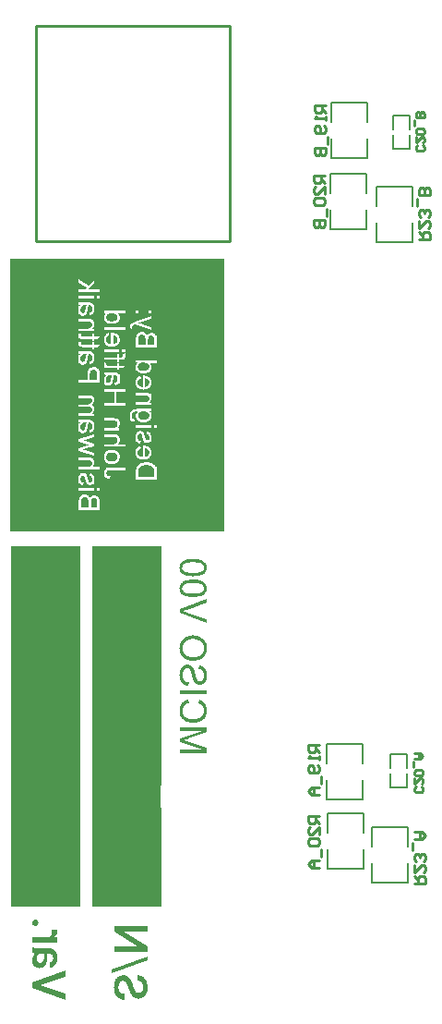
<source format=gbo>
G04*
G04 #@! TF.GenerationSoftware,Altium Limited,Altium Designer,21.2.2 (38)*
G04*
G04 Layer_Color=32896*
%FSLAX25Y25*%
%MOIN*%
G70*
G04*
G04 #@! TF.SameCoordinates,2AD91DA3-6C52-4226-ACA0-88A5DAF987E7*
G04*
G04*
G04 #@! TF.FilePolarity,Positive*
G04*
G01*
G75*
%ADD12C,0.01000*%
%ADD14C,0.00800*%
G36*
X258095Y284118D02*
X257898Y283921D01*
Y279921D01*
Y275921D01*
X258095Y275724D01*
Y240142D01*
X233095D01*
Y370142D01*
X258095D01*
Y284118D01*
D02*
G37*
G36*
X228862Y240142D02*
X203862D01*
Y370142D01*
X228862D01*
Y240142D01*
D02*
G37*
G36*
X280905Y375590D02*
X203543D01*
Y474016D01*
X280905D01*
Y375590D01*
D02*
G37*
G36*
X269980Y365638D02*
X270202D01*
X270424Y365624D01*
X270619Y365597D01*
X270813Y365583D01*
X270979Y365569D01*
X271132Y365541D01*
X271271Y365527D01*
X271396Y365499D01*
X271493Y365486D01*
X271576Y365472D01*
X271646Y365458D01*
X271687Y365444D01*
X271715Y365430D01*
X271729D01*
X272034Y365347D01*
X272312Y365250D01*
X272548Y365139D01*
X272756Y365055D01*
X272937Y364958D01*
X273061Y364903D01*
X273131Y364847D01*
X273159Y364833D01*
X273367Y364681D01*
X273547Y364528D01*
X273700Y364361D01*
X273839Y364209D01*
X273936Y364070D01*
X274005Y363959D01*
X274047Y363890D01*
X274061Y363876D01*
Y363862D01*
X274172Y363640D01*
X274241Y363404D01*
X274297Y363182D01*
X274339Y362973D01*
X274366Y362793D01*
X274380Y362640D01*
Y362515D01*
X274352Y362141D01*
X274297Y361794D01*
X274200Y361502D01*
X274102Y361252D01*
X273991Y361044D01*
X273950Y360961D01*
X273894Y360891D01*
X273867Y360836D01*
X273839Y360794D01*
X273811Y360780D01*
Y360767D01*
X273589Y360517D01*
X273325Y360308D01*
X273061Y360128D01*
X272812Y359989D01*
X272576Y359878D01*
X272479Y359823D01*
X272381Y359795D01*
X272312Y359767D01*
X272256Y359739D01*
X272229Y359725D01*
X272215D01*
X272007Y359670D01*
X271798Y359614D01*
X271340Y359531D01*
X270882Y359462D01*
X270452Y359420D01*
X270244Y359406D01*
X270063Y359392D01*
X269897D01*
X269744Y359379D01*
X269633D01*
X269536D01*
X269480D01*
X269467D01*
X268981Y359392D01*
X268523Y359420D01*
X268106Y359462D01*
X267718Y359531D01*
X267357Y359601D01*
X267038Y359684D01*
X266746Y359767D01*
X266496Y359850D01*
X266274Y359934D01*
X266080Y360031D01*
X265913Y360100D01*
X265788Y360170D01*
X265677Y360239D01*
X265608Y360281D01*
X265566Y360308D01*
X265552Y360322D01*
X265386Y360475D01*
X265233Y360642D01*
X265094Y360822D01*
X264983Y361002D01*
X264886Y361183D01*
X264803Y361363D01*
X264747Y361544D01*
X264692Y361710D01*
X264650Y361877D01*
X264622Y362030D01*
X264595Y362168D01*
X264581Y362279D01*
X264567Y362376D01*
Y362515D01*
X264595Y362890D01*
X264650Y363237D01*
X264747Y363529D01*
X264844Y363778D01*
X264942Y363987D01*
X264997Y364056D01*
X265039Y364125D01*
X265067Y364181D01*
X265094Y364223D01*
X265122Y364236D01*
Y364250D01*
X265358Y364500D01*
X265608Y364708D01*
X265885Y364889D01*
X266135Y365028D01*
X266371Y365139D01*
X266469Y365194D01*
X266566Y365222D01*
X266635Y365250D01*
X266691Y365278D01*
X266718Y365291D01*
X266732D01*
X266940Y365361D01*
X267149Y365416D01*
X267593Y365499D01*
X268051Y365569D01*
X268495Y365611D01*
X268689Y365624D01*
X268870Y365638D01*
X269036D01*
X269189Y365652D01*
X269300D01*
X269397D01*
X269453D01*
X269467D01*
X269730D01*
X269980Y365638D01*
D02*
G37*
G36*
Y358171D02*
X270202D01*
X270424Y358157D01*
X270619Y358129D01*
X270813Y358115D01*
X270979Y358102D01*
X271132Y358074D01*
X271271Y358060D01*
X271396Y358032D01*
X271493Y358018D01*
X271576Y358004D01*
X271646Y357991D01*
X271687Y357977D01*
X271715Y357963D01*
X271729D01*
X272034Y357879D01*
X272312Y357782D01*
X272548Y357671D01*
X272756Y357588D01*
X272937Y357491D01*
X273061Y357435D01*
X273131Y357380D01*
X273159Y357366D01*
X273367Y357213D01*
X273547Y357061D01*
X273700Y356894D01*
X273839Y356741D01*
X273936Y356603D01*
X274005Y356491D01*
X274047Y356422D01*
X274061Y356408D01*
Y356394D01*
X274172Y356172D01*
X274241Y355936D01*
X274297Y355714D01*
X274339Y355506D01*
X274366Y355326D01*
X274380Y355173D01*
Y355048D01*
X274352Y354673D01*
X274297Y354326D01*
X274200Y354035D01*
X274102Y353785D01*
X273991Y353577D01*
X273950Y353493D01*
X273894Y353424D01*
X273867Y353368D01*
X273839Y353327D01*
X273811Y353313D01*
Y353299D01*
X273589Y353049D01*
X273325Y352841D01*
X273061Y352661D01*
X272812Y352522D01*
X272576Y352411D01*
X272479Y352355D01*
X272381Y352327D01*
X272312Y352300D01*
X272256Y352272D01*
X272229Y352258D01*
X272215D01*
X272007Y352203D01*
X271798Y352147D01*
X271340Y352064D01*
X270882Y351994D01*
X270452Y351953D01*
X270244Y351939D01*
X270063Y351925D01*
X269897D01*
X269744Y351911D01*
X269633D01*
X269536D01*
X269480D01*
X269467D01*
X268981Y351925D01*
X268523Y351953D01*
X268106Y351994D01*
X267718Y352064D01*
X267357Y352133D01*
X267038Y352216D01*
X266746Y352300D01*
X266496Y352383D01*
X266274Y352466D01*
X266080Y352563D01*
X265913Y352633D01*
X265788Y352702D01*
X265677Y352772D01*
X265608Y352813D01*
X265566Y352841D01*
X265552Y352855D01*
X265386Y353008D01*
X265233Y353174D01*
X265094Y353355D01*
X264983Y353535D01*
X264886Y353715D01*
X264803Y353896D01*
X264747Y354076D01*
X264692Y354243D01*
X264650Y354409D01*
X264622Y354562D01*
X264595Y354701D01*
X264581Y354812D01*
X264567Y354909D01*
Y355048D01*
X264595Y355423D01*
X264650Y355770D01*
X264747Y356061D01*
X264844Y356311D01*
X264942Y356519D01*
X264997Y356589D01*
X265039Y356658D01*
X265067Y356714D01*
X265094Y356755D01*
X265122Y356769D01*
Y356783D01*
X265358Y357033D01*
X265608Y357241D01*
X265885Y357421D01*
X266135Y357560D01*
X266371Y357671D01*
X266469Y357727D01*
X266566Y357754D01*
X266635Y357782D01*
X266691Y357810D01*
X266718Y357824D01*
X266732D01*
X266940Y357893D01*
X267149Y357949D01*
X267593Y358032D01*
X268051Y358102D01*
X268495Y358143D01*
X268689Y358157D01*
X268870Y358171D01*
X269036D01*
X269189Y358185D01*
X269300D01*
X269397D01*
X269453D01*
X269467D01*
X269730D01*
X269980Y358171D01*
D02*
G37*
G36*
X274339Y349954D02*
X267357Y347344D01*
X267065Y347234D01*
X266788Y347136D01*
X266524Y347053D01*
X266288Y346984D01*
X266080Y346914D01*
X265927Y346873D01*
X265872Y346859D01*
X265830Y346845D01*
X265802Y346831D01*
X265788D01*
X266344Y346664D01*
X266607Y346581D01*
X266843Y346498D01*
X267052Y346428D01*
X267135Y346401D01*
X267218Y346387D01*
X267273Y346359D01*
X267315Y346345D01*
X267343Y346331D01*
X267357D01*
X274339Y343833D01*
Y342445D01*
X264734Y346165D01*
Y347497D01*
X274339Y351245D01*
Y349954D01*
D02*
G37*
G36*
X270036Y338045D02*
X270521Y337989D01*
X270743Y337948D01*
X270966Y337892D01*
X271160Y337837D01*
X271340Y337795D01*
X271507Y337740D01*
X271660Y337684D01*
X271784Y337642D01*
X271896Y337587D01*
X271979Y337559D01*
X272034Y337531D01*
X272076Y337504D01*
X272090D01*
X272492Y337281D01*
X272853Y337018D01*
X273159Y336740D01*
X273409Y336490D01*
X273603Y336254D01*
X273686Y336143D01*
X273756Y336060D01*
X273797Y335977D01*
X273839Y335921D01*
X273853Y335894D01*
X273867Y335880D01*
X273978Y335671D01*
X274075Y335463D01*
X274241Y335061D01*
X274352Y334644D01*
X274422Y334283D01*
X274449Y334117D01*
X274477Y333950D01*
X274491Y333825D01*
Y333700D01*
X274505Y333603D01*
Y333478D01*
X274491Y333104D01*
X274449Y332757D01*
X274380Y332423D01*
X274297Y332104D01*
X274186Y331813D01*
X274075Y331535D01*
X273950Y331285D01*
X273825Y331063D01*
X273700Y330855D01*
X273575Y330675D01*
X273464Y330522D01*
X273353Y330397D01*
X273270Y330300D01*
X273200Y330217D01*
X273159Y330175D01*
X273145Y330161D01*
X272881Y329939D01*
X272604Y329745D01*
X272298Y329564D01*
X271993Y329425D01*
X271673Y329300D01*
X271368Y329189D01*
X271063Y329106D01*
X270771Y329051D01*
X270494Y328995D01*
X270230Y328954D01*
X269994Y328926D01*
X269800Y328898D01*
X269633D01*
X269508Y328884D01*
X269425D01*
X269411D01*
X269397D01*
X268925Y328912D01*
X268495Y328967D01*
X268079Y329051D01*
X267898Y329106D01*
X267718Y329162D01*
X267565Y329203D01*
X267426Y329259D01*
X267301Y329300D01*
X267190Y329342D01*
X267107Y329370D01*
X267052Y329398D01*
X267010Y329425D01*
X266996D01*
X266593Y329661D01*
X266246Y329911D01*
X265941Y330189D01*
X265691Y330453D01*
X265483Y330689D01*
X265400Y330786D01*
X265344Y330869D01*
X265289Y330952D01*
X265247Y331008D01*
X265233Y331035D01*
X265219Y331049D01*
X265108Y331258D01*
X265011Y331466D01*
X264844Y331882D01*
X264734Y332285D01*
X264650Y332660D01*
X264622Y332840D01*
X264609Y332993D01*
X264581Y333131D01*
Y333256D01*
X264567Y333340D01*
Y333478D01*
X264595Y333936D01*
X264664Y334367D01*
X264747Y334769D01*
X264803Y334950D01*
X264858Y335116D01*
X264914Y335269D01*
X264969Y335408D01*
X265011Y335519D01*
X265053Y335616D01*
X265094Y335699D01*
X265122Y335769D01*
X265150Y335796D01*
Y335810D01*
X265400Y336199D01*
X265677Y336532D01*
X265969Y336810D01*
X266246Y337046D01*
X266510Y337240D01*
X266607Y337309D01*
X266704Y337365D01*
X266788Y337420D01*
X266843Y337448D01*
X266885Y337476D01*
X266899D01*
X267121Y337587D01*
X267343Y337670D01*
X267787Y337823D01*
X268231Y337934D01*
X268634Y338003D01*
X268814Y338017D01*
X268981Y338045D01*
X269133Y338059D01*
X269258D01*
X269369Y338073D01*
X269439D01*
X269494D01*
X269508D01*
X270036Y338045D01*
D02*
G37*
G36*
X267704Y327510D02*
X267968Y327468D01*
X268203Y327399D01*
X268398Y327330D01*
X268564Y327246D01*
X268689Y327191D01*
X268759Y327135D01*
X268787Y327121D01*
X268995Y326955D01*
X269189Y326761D01*
X269356Y326552D01*
X269508Y326344D01*
X269619Y326164D01*
X269703Y326011D01*
X269730Y325955D01*
X269758Y325914D01*
X269772Y325886D01*
Y325872D01*
X269827Y325761D01*
X269869Y325622D01*
X269925Y325470D01*
X269980Y325303D01*
X270077Y324956D01*
X270174Y324595D01*
X270216Y324429D01*
X270258Y324276D01*
X270299Y324123D01*
X270327Y323998D01*
X270355Y323901D01*
X270369Y323818D01*
X270383Y323762D01*
Y323748D01*
X270452Y323471D01*
X270508Y323221D01*
X270577Y322999D01*
X270633Y322805D01*
X270702Y322624D01*
X270757Y322471D01*
X270813Y322333D01*
X270855Y322208D01*
X270910Y322111D01*
X270952Y322027D01*
X270979Y321972D01*
X271021Y321916D01*
X271063Y321847D01*
X271077Y321833D01*
X271216Y321708D01*
X271354Y321625D01*
X271493Y321555D01*
X271632Y321514D01*
X271743Y321486D01*
X271840Y321472D01*
X271896D01*
X271923D01*
X272145Y321500D01*
X272340Y321555D01*
X272506Y321639D01*
X272659Y321736D01*
X272770Y321819D01*
X272867Y321902D01*
X272923Y321958D01*
X272937Y321986D01*
X273006Y322097D01*
X273075Y322208D01*
X273186Y322471D01*
X273256Y322749D01*
X273311Y323027D01*
X273339Y323277D01*
X273353Y323388D01*
X273367Y323471D01*
Y323665D01*
X273353Y324054D01*
X273297Y324401D01*
X273214Y324678D01*
X273131Y324914D01*
X273048Y325095D01*
X272964Y325234D01*
X272909Y325303D01*
X272895Y325331D01*
X272701Y325525D01*
X272492Y325678D01*
X272270Y325803D01*
X272048Y325886D01*
X271840Y325942D01*
X271687Y325983D01*
X271618Y325997D01*
X271576Y326011D01*
X271549D01*
X271535D01*
X271632Y327232D01*
X271937Y327205D01*
X272215Y327135D01*
X272479Y327066D01*
X272701Y326969D01*
X272881Y326885D01*
X273020Y326816D01*
X273061Y326788D01*
X273103Y326761D01*
X273117Y326747D01*
X273131D01*
X273367Y326566D01*
X273575Y326372D01*
X273756Y326164D01*
X273894Y325955D01*
X274019Y325775D01*
X274089Y325636D01*
X274116Y325581D01*
X274144Y325539D01*
X274158Y325511D01*
Y325497D01*
X274269Y325192D01*
X274352Y324859D01*
X274422Y324553D01*
X274463Y324262D01*
X274491Y323998D01*
Y323901D01*
X274505Y323804D01*
Y323624D01*
X274491Y323263D01*
X274449Y322943D01*
X274394Y322638D01*
X274339Y322374D01*
X274283Y322166D01*
X274255Y322069D01*
X274227Y322000D01*
X274200Y321944D01*
X274186Y321902D01*
X274172Y321875D01*
Y321861D01*
X274033Y321583D01*
X273880Y321333D01*
X273714Y321125D01*
X273561Y320959D01*
X273422Y320834D01*
X273311Y320737D01*
X273228Y320667D01*
X273214Y320653D01*
X273200D01*
X272964Y320514D01*
X272728Y320417D01*
X272492Y320348D01*
X272284Y320306D01*
X272104Y320279D01*
X271965Y320251D01*
X271909D01*
X271868D01*
X271854D01*
X271840D01*
X271604Y320265D01*
X271382Y320306D01*
X271174Y320362D01*
X270993Y320417D01*
X270855Y320473D01*
X270743Y320528D01*
X270674Y320570D01*
X270646Y320584D01*
X270452Y320723D01*
X270272Y320889D01*
X270119Y321056D01*
X269994Y321222D01*
X269883Y321361D01*
X269814Y321486D01*
X269758Y321569D01*
X269744Y321583D01*
Y321597D01*
X269689Y321708D01*
X269633Y321833D01*
X269536Y322111D01*
X269439Y322430D01*
X269342Y322735D01*
X269258Y323013D01*
X269231Y323138D01*
X269203Y323249D01*
X269175Y323332D01*
X269161Y323401D01*
X269147Y323443D01*
Y323457D01*
X269092Y323693D01*
X269036Y323915D01*
X268981Y324109D01*
X268939Y324276D01*
X268898Y324443D01*
X268856Y324581D01*
X268828Y324706D01*
X268787Y324803D01*
X268759Y324901D01*
X268745Y324970D01*
X268703Y325081D01*
X268689Y325150D01*
X268675Y325164D01*
X268592Y325373D01*
X268495Y325553D01*
X268398Y325706D01*
X268315Y325817D01*
X268231Y325914D01*
X268176Y325969D01*
X268134Y326011D01*
X268120Y326025D01*
X267995Y326122D01*
X267857Y326191D01*
X267718Y326233D01*
X267607Y326275D01*
X267496Y326289D01*
X267412Y326302D01*
X267343D01*
X267329D01*
X267162Y326289D01*
X267010Y326261D01*
X266871Y326219D01*
X266760Y326164D01*
X266649Y326108D01*
X266580Y326066D01*
X266524Y326039D01*
X266510Y326025D01*
X266371Y325914D01*
X266260Y325775D01*
X266163Y325636D01*
X266066Y325511D01*
X266010Y325386D01*
X265955Y325289D01*
X265927Y325220D01*
X265913Y325192D01*
X265844Y324984D01*
X265788Y324762D01*
X265761Y324540D01*
X265733Y324345D01*
X265719Y324179D01*
X265705Y324040D01*
Y323915D01*
X265719Y323610D01*
X265747Y323332D01*
X265788Y323082D01*
X265844Y322860D01*
X265899Y322680D01*
X265941Y322541D01*
X265955Y322499D01*
X265969Y322458D01*
X265983Y322444D01*
Y322430D01*
X266094Y322208D01*
X266219Y322000D01*
X266344Y321847D01*
X266469Y321708D01*
X266566Y321597D01*
X266663Y321528D01*
X266718Y321486D01*
X266732Y321472D01*
X266913Y321375D01*
X267107Y321278D01*
X267315Y321222D01*
X267496Y321167D01*
X267676Y321125D01*
X267801Y321097D01*
X267857D01*
X267898Y321084D01*
X267912D01*
X267926D01*
X267815Y319890D01*
X267468Y319918D01*
X267135Y319973D01*
X266843Y320056D01*
X266580Y320154D01*
X266371Y320251D01*
X266288Y320292D01*
X266219Y320320D01*
X266163Y320362D01*
X266122Y320376D01*
X266094Y320403D01*
X266080D01*
X265816Y320612D01*
X265580Y320834D01*
X265386Y321070D01*
X265219Y321292D01*
X265094Y321486D01*
X265011Y321653D01*
X264983Y321708D01*
X264956Y321750D01*
X264942Y321778D01*
Y321791D01*
X264817Y322138D01*
X264720Y322499D01*
X264664Y322860D01*
X264609Y323207D01*
X264595Y323374D01*
X264581Y323513D01*
Y323638D01*
X264567Y323748D01*
Y323971D01*
X264581Y324345D01*
X264622Y324692D01*
X264692Y325012D01*
X264761Y325275D01*
X264817Y325497D01*
X264858Y325594D01*
X264886Y325678D01*
X264914Y325733D01*
X264928Y325775D01*
X264942Y325803D01*
Y325817D01*
X265094Y326108D01*
X265261Y326358D01*
X265441Y326580D01*
X265608Y326761D01*
X265747Y326899D01*
X265872Y326996D01*
X265955Y327066D01*
X265969Y327080D01*
X265983D01*
X266246Y327232D01*
X266496Y327343D01*
X266732Y327413D01*
X266954Y327468D01*
X267149Y327496D01*
X267301Y327524D01*
X267357D01*
X267399D01*
X267412D01*
X267426D01*
X267704Y327510D01*
D02*
G37*
G36*
X274339Y316795D02*
X264734D01*
Y318072D01*
X274339D01*
Y316795D01*
D02*
G37*
G36*
X268092Y313741D02*
X267870Y313685D01*
X267662Y313616D01*
X267468Y313547D01*
X267287Y313477D01*
X267121Y313394D01*
X266982Y313311D01*
X266843Y313214D01*
X266718Y313130D01*
X266607Y313061D01*
X266524Y312978D01*
X266441Y312908D01*
X266371Y312853D01*
X266330Y312797D01*
X266288Y312755D01*
X266274Y312742D01*
X266260Y312728D01*
X266149Y312589D01*
X266066Y312436D01*
X265913Y312131D01*
X265802Y311840D01*
X265733Y311548D01*
X265677Y311298D01*
X265664Y311201D01*
Y311104D01*
X265650Y311021D01*
Y310923D01*
X265664Y310604D01*
X265719Y310299D01*
X265788Y310021D01*
X265872Y309771D01*
X265955Y309577D01*
X265997Y309494D01*
X266024Y309424D01*
X266052Y309369D01*
X266080Y309327D01*
X266094Y309299D01*
Y309286D01*
X266288Y309022D01*
X266496Y308800D01*
X266732Y308605D01*
X266954Y308453D01*
X267149Y308328D01*
X267315Y308244D01*
X267385Y308217D01*
X267426Y308189D01*
X267454Y308175D01*
X267468D01*
X267829Y308064D01*
X268190Y307981D01*
X268550Y307911D01*
X268884Y307870D01*
X269036Y307856D01*
X269175Y307842D01*
X269300D01*
X269397Y307828D01*
X269480D01*
X269550D01*
X269591D01*
X269605D01*
X269966Y307842D01*
X270299Y307870D01*
X270605Y307925D01*
X270882Y307981D01*
X271118Y308022D01*
X271216Y308050D01*
X271299Y308078D01*
X271368Y308092D01*
X271410Y308106D01*
X271438Y308120D01*
X271451D01*
X271771Y308258D01*
X272062Y308411D01*
X272298Y308578D01*
X272506Y308758D01*
X272673Y308911D01*
X272784Y309036D01*
X272853Y309133D01*
X272881Y309147D01*
Y309161D01*
X273061Y309452D01*
X273200Y309771D01*
X273297Y310077D01*
X273353Y310368D01*
X273395Y310632D01*
X273409Y310743D01*
Y310840D01*
X273422Y310910D01*
Y311021D01*
X273409Y311368D01*
X273353Y311687D01*
X273270Y311950D01*
X273186Y312187D01*
X273089Y312367D01*
X273020Y312506D01*
X272964Y312589D01*
X272937Y312617D01*
X272728Y312839D01*
X272492Y313047D01*
X272243Y313214D01*
X271993Y313352D01*
X271771Y313463D01*
X271660Y313505D01*
X271576Y313533D01*
X271507Y313561D01*
X271451Y313588D01*
X271424Y313602D01*
X271410D01*
X271701Y314851D01*
X271951Y314768D01*
X272173Y314685D01*
X272381Y314574D01*
X272590Y314477D01*
X272770Y314366D01*
X272937Y314241D01*
X273103Y314130D01*
X273242Y314019D01*
X273353Y313908D01*
X273464Y313810D01*
X273561Y313713D01*
X273631Y313644D01*
X273700Y313575D01*
X273742Y313519D01*
X273756Y313491D01*
X273769Y313477D01*
X273894Y313283D01*
X274019Y313089D01*
X274116Y312894D01*
X274200Y312686D01*
X274325Y312270D01*
X274408Y311895D01*
X274449Y311715D01*
X274463Y311562D01*
X274477Y311409D01*
X274491Y311284D01*
X274505Y311187D01*
Y311048D01*
X274477Y310590D01*
X274408Y310146D01*
X274325Y309757D01*
X274269Y309577D01*
X274214Y309411D01*
X274158Y309258D01*
X274102Y309119D01*
X274061Y309008D01*
X274019Y308897D01*
X273978Y308827D01*
X273950Y308772D01*
X273936Y308730D01*
X273922Y308717D01*
X273686Y308342D01*
X273409Y308022D01*
X273131Y307745D01*
X272853Y307509D01*
X272604Y307329D01*
X272492Y307259D01*
X272395Y307204D01*
X272326Y307148D01*
X272270Y307120D01*
X272229Y307106D01*
X272215Y307092D01*
X271784Y306898D01*
X271340Y306759D01*
X270896Y306662D01*
X270494Y306593D01*
X270313Y306565D01*
X270133Y306551D01*
X269994Y306537D01*
X269855D01*
X269758Y306523D01*
X269675D01*
X269619D01*
X269605D01*
X269106Y306551D01*
X268620Y306607D01*
X268190Y306676D01*
X267981Y306732D01*
X267801Y306773D01*
X267634Y306815D01*
X267482Y306870D01*
X267343Y306912D01*
X267232Y306940D01*
X267149Y306981D01*
X267079Y306995D01*
X267038Y307023D01*
X267024D01*
X266607Y307231D01*
X266232Y307467D01*
X265913Y307717D01*
X265788Y307842D01*
X265664Y307953D01*
X265552Y308064D01*
X265455Y308175D01*
X265372Y308272D01*
X265316Y308356D01*
X265261Y308411D01*
X265219Y308467D01*
X265205Y308494D01*
X265192Y308508D01*
X265080Y308703D01*
X264983Y308897D01*
X264831Y309313D01*
X264720Y309730D01*
X264650Y310132D01*
X264622Y310327D01*
X264595Y310493D01*
X264581Y310646D01*
Y310771D01*
X264567Y310882D01*
Y311034D01*
X264581Y311312D01*
X264609Y311576D01*
X264636Y311826D01*
X264692Y312062D01*
X264761Y312284D01*
X264831Y312492D01*
X264900Y312686D01*
X264983Y312867D01*
X265053Y313019D01*
X265122Y313172D01*
X265192Y313283D01*
X265261Y313394D01*
X265316Y313463D01*
X265344Y313533D01*
X265372Y313561D01*
X265386Y313575D01*
X265552Y313769D01*
X265719Y313935D01*
X265913Y314088D01*
X266108Y314241D01*
X266496Y314491D01*
X266885Y314685D01*
X267065Y314768D01*
X267232Y314838D01*
X267385Y314893D01*
X267510Y314935D01*
X267620Y314976D01*
X267704Y315004D01*
X267759Y315018D01*
X267773D01*
X268092Y313741D01*
D02*
G37*
G36*
X274339Y303123D02*
X267648Y300819D01*
X267287Y300694D01*
X266982Y300597D01*
X266718Y300500D01*
X266496Y300430D01*
X266330Y300375D01*
X266205Y300333D01*
X266135Y300319D01*
X266108Y300305D01*
X266302Y300250D01*
X266524Y300180D01*
X266760Y300097D01*
X266996Y300028D01*
X267204Y299958D01*
X267371Y299903D01*
X267440Y299875D01*
X267482Y299861D01*
X267510Y299847D01*
X267523D01*
X274339Y297571D01*
Y295669D01*
X264734D01*
Y296891D01*
X272909D01*
X264734Y299667D01*
Y300805D01*
X272770Y303609D01*
X264734D01*
Y304830D01*
X274339D01*
Y303123D01*
D02*
G37*
G36*
X252917Y231274D02*
X244477D01*
X252917Y225980D01*
Y223926D01*
X241071D01*
Y225980D01*
X249474D01*
X241071Y231256D01*
Y233310D01*
X252917D01*
Y231274D01*
D02*
G37*
G36*
Y220797D02*
X240053Y216133D01*
Y217688D01*
X252917Y222352D01*
Y220797D01*
D02*
G37*
G36*
X249826Y215504D02*
X250178Y215430D01*
X250493Y215356D01*
X250770Y215245D01*
X250992Y215152D01*
X251159Y215059D01*
X251270Y214985D01*
X251307Y214967D01*
X251603Y214745D01*
X251881Y214486D01*
X252103Y214245D01*
X252288Y213986D01*
X252436Y213764D01*
X252529Y213597D01*
X252566Y213523D01*
X252603Y213468D01*
X252621Y213449D01*
Y213431D01*
X252769Y213060D01*
X252880Y212690D01*
X252973Y212320D01*
X253028Y211968D01*
X253065Y211672D01*
Y211543D01*
X253084Y211432D01*
Y211228D01*
X253065Y210895D01*
X253047Y210561D01*
X252991Y210265D01*
X252936Y209969D01*
X252862Y209710D01*
X252788Y209469D01*
X252695Y209229D01*
X252621Y209025D01*
X252529Y208840D01*
X252436Y208674D01*
X252362Y208544D01*
X252288Y208414D01*
X252232Y208340D01*
X252177Y208266D01*
X252158Y208229D01*
X252140Y208211D01*
X251955Y208007D01*
X251770Y207822D01*
X251585Y207674D01*
X251381Y207544D01*
X251177Y207433D01*
X250992Y207322D01*
X250622Y207193D01*
X250289Y207100D01*
X250141Y207082D01*
X250030Y207063D01*
X249919Y207045D01*
X249845D01*
X249808D01*
X249789D01*
X249493Y207063D01*
X249197Y207119D01*
X248938Y207193D01*
X248678Y207304D01*
X248438Y207415D01*
X248216Y207563D01*
X248031Y207693D01*
X247846Y207859D01*
X247679Y208007D01*
X247531Y208155D01*
X247420Y208285D01*
X247309Y208396D01*
X247235Y208507D01*
X247179Y208581D01*
X247142Y208636D01*
X247124Y208655D01*
X246938Y209007D01*
X246754Y209377D01*
X246587Y209747D01*
X246457Y210117D01*
X246328Y210432D01*
X246272Y210580D01*
X246235Y210691D01*
X246198Y210802D01*
X246180Y210876D01*
X246161Y210913D01*
Y210932D01*
X246087Y211191D01*
X245994Y211432D01*
X245920Y211654D01*
X245847Y211857D01*
X245772Y212024D01*
X245698Y212190D01*
X245569Y212468D01*
X245476Y212672D01*
X245384Y212801D01*
X245328Y212894D01*
X245310Y212912D01*
X245143Y213097D01*
X244939Y213227D01*
X244736Y213338D01*
X244551Y213393D01*
X244384Y213431D01*
X244236Y213468D01*
X244144D01*
X244107D01*
X243847Y213449D01*
X243625Y213375D01*
X243440Y213301D01*
X243274Y213190D01*
X243144Y213097D01*
X243033Y213005D01*
X242977Y212931D01*
X242959Y212912D01*
X242811Y212690D01*
X242718Y212431D01*
X242644Y212172D01*
X242589Y211913D01*
X242552Y211672D01*
X242533Y211487D01*
Y211302D01*
X242552Y210858D01*
X242626Y210488D01*
X242700Y210154D01*
X242811Y209877D01*
X242903Y209673D01*
X242996Y209525D01*
X243052Y209432D01*
X243070Y209395D01*
X243292Y209173D01*
X243551Y209007D01*
X243810Y208896D01*
X244070Y208822D01*
X244292Y208766D01*
X244477Y208748D01*
X244551Y208729D01*
X244606D01*
X244625D01*
X244643D01*
Y206674D01*
X244236Y206693D01*
X243866Y206767D01*
X243533Y206859D01*
X243255Y206971D01*
X243014Y207082D01*
X242829Y207174D01*
X242718Y207248D01*
X242700Y207267D01*
X242681D01*
X242385Y207507D01*
X242126Y207785D01*
X241904Y208063D01*
X241719Y208340D01*
X241571Y208581D01*
X241460Y208766D01*
X241423Y208840D01*
X241386Y208896D01*
X241367Y208933D01*
Y208951D01*
X241219Y209358D01*
X241108Y209766D01*
X241015Y210173D01*
X240960Y210525D01*
X240923Y210839D01*
Y210969D01*
X240904Y211080D01*
Y211302D01*
X240923Y211654D01*
X240941Y211987D01*
X240978Y212301D01*
X241034Y212598D01*
X241108Y212875D01*
X241182Y213134D01*
X241256Y213356D01*
X241349Y213560D01*
X241423Y213745D01*
X241497Y213912D01*
X241571Y214060D01*
X241645Y214171D01*
X241700Y214264D01*
X241737Y214319D01*
X241774Y214356D01*
Y214375D01*
X241941Y214578D01*
X242126Y214745D01*
X242311Y214911D01*
X242515Y215041D01*
X242700Y215152D01*
X242903Y215245D01*
X243274Y215374D01*
X243607Y215467D01*
X243755Y215485D01*
X243884Y215504D01*
X243977Y215522D01*
X244070D01*
X244107D01*
X244125D01*
X244458Y215504D01*
X244754Y215467D01*
X245032Y215393D01*
X245254Y215337D01*
X245458Y215263D01*
X245587Y215189D01*
X245680Y215152D01*
X245717Y215134D01*
X245957Y214967D01*
X246198Y214782D01*
X246402Y214578D01*
X246568Y214375D01*
X246716Y214190D01*
X246828Y214041D01*
X246901Y213930D01*
X246920Y213912D01*
Y213893D01*
X247105Y213560D01*
X247290Y213190D01*
X247438Y212820D01*
X247586Y212468D01*
X247697Y212153D01*
X247734Y212024D01*
X247772Y211894D01*
X247809Y211802D01*
X247827Y211728D01*
X247846Y211691D01*
Y211672D01*
X248012Y211191D01*
X248160Y210784D01*
X248308Y210451D01*
X248438Y210173D01*
X248549Y209951D01*
X248623Y209803D01*
X248678Y209729D01*
X248697Y209692D01*
X248864Y209488D01*
X249049Y209358D01*
X249234Y209247D01*
X249419Y209173D01*
X249567Y209136D01*
X249678Y209118D01*
X249752Y209099D01*
X249789D01*
X250067Y209118D01*
X250307Y209192D01*
X250511Y209284D01*
X250678Y209377D01*
X250826Y209488D01*
X250918Y209562D01*
X250974Y209636D01*
X250992Y209654D01*
X251140Y209877D01*
X251251Y210136D01*
X251325Y210395D01*
X251381Y210654D01*
X251418Y210876D01*
X251436Y211061D01*
Y211228D01*
X251418Y211617D01*
X251362Y211931D01*
X251270Y212227D01*
X251177Y212450D01*
X251066Y212635D01*
X250992Y212764D01*
X250918Y212857D01*
X250900Y212875D01*
X250696Y213079D01*
X250455Y213227D01*
X250215Y213319D01*
X249993Y213393D01*
X249771Y213431D01*
X249604Y213468D01*
X249493D01*
X249474D01*
X249456D01*
Y215522D01*
X249826Y215504D01*
D02*
G37*
G36*
X212645Y235550D02*
X212811Y235513D01*
X212941Y235476D01*
X213052Y235420D01*
X213145Y235346D01*
X213219Y235309D01*
X213256Y235272D01*
X213274Y235254D01*
X213385Y235143D01*
X213459Y234995D01*
X213515Y234865D01*
X213552Y234736D01*
X213570Y234606D01*
X213589Y234513D01*
Y234421D01*
X213570Y234217D01*
X213533Y234051D01*
X213496Y233903D01*
X213441Y233792D01*
X213367Y233699D01*
X213330Y233625D01*
X213293Y233588D01*
X213274Y233569D01*
X213145Y233477D01*
X213015Y233403D01*
X212885Y233347D01*
X212756Y233310D01*
X212645Y233292D01*
X212552Y233273D01*
X212497D01*
X212478D01*
X212312Y233292D01*
X212164Y233329D01*
X212034Y233366D01*
X211923Y233421D01*
X211830Y233477D01*
X211775Y233532D01*
X211738Y233551D01*
X211719Y233569D01*
X211627Y233699D01*
X211553Y233829D01*
X211497Y233977D01*
X211460Y234106D01*
X211442Y234236D01*
X211423Y234328D01*
Y234421D01*
X211442Y234606D01*
X211479Y234773D01*
X211516Y234921D01*
X211571Y235032D01*
X211627Y235124D01*
X211682Y235198D01*
X211701Y235235D01*
X211719Y235254D01*
X211830Y235365D01*
X211960Y235439D01*
X212090Y235494D01*
X212219Y235531D01*
X212312Y235550D01*
X212404Y235568D01*
X212460D01*
X212478D01*
X212645Y235550D01*
D02*
G37*
G36*
X220419Y231718D02*
X220456Y231496D01*
X220475Y231404D01*
Y231256D01*
X220456Y231015D01*
X220419Y230812D01*
X220363Y230589D01*
X220289Y230404D01*
X220104Y230071D01*
X219901Y229775D01*
X219697Y229553D01*
X219512Y229386D01*
X219438Y229331D01*
X219383Y229294D01*
X219345Y229257D01*
X219327D01*
X220308Y229220D01*
Y227332D01*
X211516D01*
Y229312D01*
X217513D01*
X217698Y229405D01*
X217865Y229516D01*
X217994Y229645D01*
X218124Y229793D01*
X218235Y229942D01*
X218309Y230090D01*
X218439Y230386D01*
X218513Y230682D01*
X218531Y230793D01*
X218550Y230904D01*
X218568Y230996D01*
Y231126D01*
X218550Y231441D01*
Y231570D01*
X218531Y231700D01*
X218513Y231792D01*
Y231867D01*
X218494Y231922D01*
Y231941D01*
X220345D01*
X220419Y231718D01*
D02*
G37*
G36*
X211923Y225481D02*
X212238Y225407D01*
X212552Y225332D01*
X212848Y225295D01*
X213126Y225277D01*
X213330Y225258D01*
X213422D01*
X213478D01*
X213515D01*
X213533D01*
X217513D01*
X217772Y225240D01*
X218013Y225221D01*
X218457Y225110D01*
X218827Y224944D01*
X219142Y224777D01*
X219383Y224611D01*
X219549Y224463D01*
X219660Y224352D01*
X219697Y224333D01*
Y224314D01*
X219956Y223944D01*
X220141Y223555D01*
X220289Y223130D01*
X220382Y222741D01*
X220438Y222389D01*
X220456Y222241D01*
Y222112D01*
X220475Y222001D01*
Y221853D01*
X220456Y221482D01*
X220419Y221131D01*
X220363Y220816D01*
X220289Y220538D01*
X220216Y220316D01*
X220160Y220150D01*
X220123Y220039D01*
X220104Y220020D01*
Y220002D01*
X219956Y219706D01*
X219808Y219465D01*
X219642Y219243D01*
X219475Y219058D01*
X219345Y218910D01*
X219234Y218798D01*
X219160Y218724D01*
X219123Y218706D01*
X218883Y218539D01*
X218642Y218428D01*
X218420Y218336D01*
X218216Y218280D01*
X218031Y218243D01*
X217902Y218225D01*
X217809D01*
X217772D01*
Y220205D01*
X217957Y220224D01*
X218124Y220279D01*
X218272Y220335D01*
X218402Y220427D01*
X218494Y220501D01*
X218568Y220557D01*
X218605Y220612D01*
X218624Y220631D01*
X218735Y220816D01*
X218827Y221001D01*
X218883Y221186D01*
X218938Y221353D01*
X218957Y221501D01*
X218975Y221631D01*
Y221742D01*
X218957Y222019D01*
X218901Y222260D01*
X218846Y222445D01*
X218772Y222611D01*
X218679Y222741D01*
X218624Y222834D01*
X218568Y222889D01*
X218550Y222908D01*
X218383Y223037D01*
X218216Y223130D01*
X218031Y223204D01*
X217846Y223241D01*
X217698Y223278D01*
X217568Y223296D01*
X217495D01*
X217458D01*
X216884D01*
Y221723D01*
X216847Y221390D01*
X216810Y221075D01*
X216773Y220779D01*
X216717Y220520D01*
X216643Y220279D01*
X216569Y220057D01*
X216513Y219853D01*
X216439Y219668D01*
X216365Y219520D01*
X216310Y219372D01*
X216236Y219280D01*
X216199Y219187D01*
X216162Y219132D01*
X216125Y219095D01*
Y219076D01*
X215977Y218891D01*
X215810Y218743D01*
X215644Y218595D01*
X215458Y218484D01*
X215107Y218299D01*
X214755Y218169D01*
X214440Y218095D01*
X214311Y218077D01*
X214200Y218058D01*
X214089Y218040D01*
X214015D01*
X213978D01*
X213959D01*
X213755Y218058D01*
X213552Y218077D01*
X213200Y218169D01*
X212885Y218299D01*
X212608Y218465D01*
X212386Y218613D01*
X212219Y218743D01*
X212127Y218835D01*
X212108Y218872D01*
X212090D01*
X211849Y219206D01*
X211664Y219576D01*
X211534Y219928D01*
X211442Y220279D01*
X211386Y220575D01*
X211368Y220705D01*
Y220816D01*
X211349Y220909D01*
Y221038D01*
X211368Y221297D01*
X211386Y221538D01*
X211497Y221982D01*
X211664Y222371D01*
X211849Y222704D01*
X212016Y222982D01*
X212108Y223093D01*
X212182Y223185D01*
X212238Y223259D01*
X212293Y223315D01*
X212312Y223333D01*
X212330Y223352D01*
X212127Y223389D01*
X211960Y223426D01*
X211812Y223463D01*
X211701Y223500D01*
X211627Y223537D01*
X211571Y223555D01*
X211534Y223574D01*
X211516D01*
Y225592D01*
X211645D01*
X211923Y225481D01*
D02*
G37*
G36*
X223362Y214911D02*
X214089Y211913D01*
X223362Y208933D01*
Y206674D01*
X211516Y210932D01*
Y212912D01*
X223362Y217188D01*
Y214911D01*
D02*
G37*
%LPC*%
G36*
X235749Y466413D02*
X228186D01*
Y461867D01*
X235749D01*
Y462796D01*
X231432D01*
X233673Y464993D01*
Y466206D01*
X231629Y464096D01*
X228186Y466413D01*
X235749D01*
D02*
G37*
G36*
Y460446D02*
X234294D01*
X234689D01*
Y459517D01*
X235749D01*
Y460446D01*
D02*
G37*
G36*
X233673D02*
X228186D01*
Y459517D01*
X234294D01*
X233673D01*
Y460446D01*
D02*
G37*
G36*
X254306Y455374D02*
X251563D01*
X253246D01*
Y454314D01*
X254306D01*
Y455374D01*
D02*
G37*
G36*
X249880D02*
X248819D01*
Y454314D01*
X249880D01*
Y455374D01*
D02*
G37*
G36*
X233793Y458369D02*
X228065D01*
Y453319D01*
D01*
Y455101D01*
X228076Y455035D01*
Y454959D01*
X228087Y454871D01*
X228120Y454675D01*
X228175Y454456D01*
X228251Y454216D01*
X228361Y453997D01*
X228503Y453800D01*
X228524Y453778D01*
X228579Y453724D01*
X228678Y453647D01*
X228809Y453560D01*
X228973Y453472D01*
X229158Y453396D01*
X229388Y453341D01*
X229497Y453330D01*
X229628Y453319D01*
X229694D01*
X229771Y453330D01*
X229869Y453341D01*
X229989Y453363D01*
X230109Y453396D01*
X230241Y453440D01*
X230361Y453494D01*
X230372Y453505D01*
X230415Y453527D01*
X230481Y453571D01*
X230557Y453625D01*
X230645Y453691D01*
X230732Y453778D01*
X230820Y453866D01*
X230896Y453975D01*
X230907Y453986D01*
X230929Y454030D01*
X230973Y454084D01*
X231017Y454172D01*
X231060Y454270D01*
X231115Y454390D01*
X231159Y454511D01*
X231202Y454653D01*
Y454664D01*
X231213Y454707D01*
X231235Y454773D01*
X231246Y454860D01*
X231268Y454970D01*
X231290Y455112D01*
X231323Y455276D01*
X231345Y455473D01*
Y455483D01*
X231355Y455527D01*
Y455582D01*
X231366Y455658D01*
X231377Y455746D01*
X231399Y455855D01*
X231410Y455975D01*
X231432Y456107D01*
X231487Y456369D01*
X231541Y456653D01*
X231607Y456904D01*
X231640Y457025D01*
X231672Y457134D01*
X231683D01*
X231705D01*
X231771Y457145D01*
X231847D01*
X231891D01*
X231913D01*
X231924D01*
X231935D01*
X232000D01*
X232110Y457134D01*
X232230Y457112D01*
X232361Y457079D01*
X232492Y457025D01*
X232612Y456959D01*
X232711Y456872D01*
X232722Y456861D01*
X232765Y456806D01*
X232809Y456719D01*
X232875Y456609D01*
X232929Y456456D01*
X232984Y456281D01*
X233017Y456063D01*
X233028Y455811D01*
Y455702D01*
X233017Y455593D01*
X232995Y455440D01*
X232973Y455287D01*
X232929Y455123D01*
X232875Y454970D01*
X232798Y454839D01*
X232787Y454828D01*
X232754Y454784D01*
X232700Y454729D01*
X232612Y454664D01*
X232503Y454598D01*
X232361Y454522D01*
X232186Y454456D01*
X231989Y454390D01*
X232110Y453483D01*
X232120D01*
X232131Y453494D01*
X232164D01*
X232208Y453505D01*
X232306Y453538D01*
X232448Y453582D01*
X232591Y453636D01*
X232744Y453702D01*
X232896Y453789D01*
X233039Y453888D01*
X233050Y453899D01*
X233093Y453942D01*
X233159Y454008D01*
X233246Y454095D01*
X233334Y454216D01*
X233421Y454358D01*
X233520Y454522D01*
X233596Y454707D01*
Y454718D01*
X233607Y454729D01*
X233618Y454762D01*
X233629Y454806D01*
X233662Y454915D01*
X233694Y455068D01*
X233727Y455243D01*
X233760Y455462D01*
X233782Y455691D01*
X233793Y455954D01*
Y456074D01*
X233782Y456194D01*
X233771Y456358D01*
X233749Y456544D01*
X233716Y456730D01*
X233673Y456915D01*
X233618Y457090D01*
X233607Y457112D01*
X233585Y457167D01*
X233552Y457243D01*
X233509Y457342D01*
X233443Y457451D01*
X233378Y457560D01*
X233290Y457659D01*
X233203Y457746D01*
X233192Y457757D01*
X233159Y457779D01*
X233104Y457812D01*
X233039Y457855D01*
X232940Y457910D01*
X232842Y457954D01*
X232722Y457997D01*
X232580Y458030D01*
X232569D01*
X232536Y458041D01*
X232470Y458052D01*
X232383Y458063D01*
X232263D01*
X232120Y458074D01*
X231935Y458085D01*
X231727D01*
X230481D01*
X230470D01*
X230426D01*
X230361D01*
X230273D01*
X230175D01*
X230055D01*
X229792Y458096D01*
X229519D01*
X229246Y458107D01*
X229126Y458118D01*
X229016D01*
X228918Y458129D01*
X228841Y458140D01*
X228831D01*
X228787Y458150D01*
X228721Y458161D01*
X228634Y458194D01*
X228536Y458216D01*
X228426Y458260D01*
X228306Y458314D01*
X228186Y458369D01*
Y457396D01*
X228197Y457385D01*
X228240Y457374D01*
X228295Y457352D01*
X228382Y457320D01*
X228481Y457287D01*
X228601Y457265D01*
X228732Y457243D01*
X228874Y457221D01*
Y457210D01*
X228852Y457199D01*
X228798Y457134D01*
X228721Y457036D01*
X228623Y456904D01*
X228524Y456741D01*
X228415Y456576D01*
X228317Y456402D01*
X228240Y456216D01*
X228229Y456194D01*
X228219Y456128D01*
X228186Y456030D01*
X228153Y455910D01*
X228120Y455757D01*
X228098Y455582D01*
X228076Y455385D01*
X228065Y455188D01*
Y458369D01*
X233793D01*
D02*
G37*
G36*
X244957Y455145D02*
X237273D01*
X237393D01*
Y454281D01*
X238082D01*
X238071Y454270D01*
X238049Y454259D01*
X238005Y454227D01*
X237951Y454183D01*
X237896Y454128D01*
X237830Y454063D01*
X237754Y453986D01*
X237677Y453888D01*
X237601Y453789D01*
X237524Y453680D01*
X237459Y453549D01*
X237404Y453407D01*
X237349Y453265D01*
X237306Y453101D01*
X237284Y452926D01*
X237273Y452740D01*
Y452674D01*
X237284Y452631D01*
X237295Y452500D01*
X237317Y452347D01*
X237360Y452161D01*
X237426Y451953D01*
X237513Y451746D01*
X237634Y451538D01*
Y451527D01*
X237655Y451516D01*
X237699Y451450D01*
X237787Y451352D01*
X237896Y451232D01*
X238038Y451090D01*
X238213Y450948D01*
X238410Y450806D01*
X238639Y450685D01*
X238650D01*
X238672Y450674D01*
X238705Y450663D01*
X238749Y450641D01*
X238814Y450620D01*
X238891Y450587D01*
X238967Y450565D01*
X239065Y450543D01*
X239284Y450489D01*
X239535Y450434D01*
X239820Y450401D01*
X240126Y450390D01*
X240268D01*
X240333Y450401D01*
X240421D01*
X240617Y450423D01*
X240847Y450456D01*
X241098Y450510D01*
X241361Y450576D01*
X241612Y450663D01*
X241623D01*
X241645Y450674D01*
X241678Y450696D01*
X241721Y450718D01*
X241842Y450784D01*
X241995Y450871D01*
X242159Y450980D01*
X242323Y451123D01*
X242497Y451286D01*
X242640Y451483D01*
Y451494D01*
X242651Y451505D01*
X242672Y451538D01*
X242694Y451581D01*
X242749Y451691D01*
X242825Y451844D01*
X242891Y452019D01*
X242946Y452226D01*
X242989Y452456D01*
X243000Y452696D01*
Y452784D01*
X242989Y452871D01*
X242978Y452991D01*
X242946Y453134D01*
X242913Y453287D01*
X242858Y453440D01*
X242782Y453582D01*
X242771Y453604D01*
X242749Y453647D01*
X242694Y453713D01*
X242640Y453800D01*
X242563Y453910D01*
X242465Y454008D01*
X242366Y454117D01*
X242246Y454216D01*
X244957D01*
Y450718D01*
Y455145D01*
D02*
G37*
G36*
Y449297D02*
X237393D01*
Y448368D01*
X244957D01*
Y449297D01*
D02*
G37*
G36*
X254306Y453265D02*
D01*
X248732Y451177D01*
X248721D01*
X248688Y451166D01*
X248644Y451144D01*
X248590Y451123D01*
X248513Y451090D01*
X248426Y451057D01*
X248240Y450980D01*
X248032Y450904D01*
X247825Y450816D01*
X247639Y450729D01*
X247562Y450685D01*
X247486Y450653D01*
X247464Y450641D01*
X247409Y450609D01*
X247333Y450554D01*
X247235Y450489D01*
X247125Y450401D01*
X247016Y450303D01*
X246907Y450204D01*
X246819Y450084D01*
X246808Y450073D01*
X246786Y450029D01*
X246754Y449964D01*
X246710Y449865D01*
X246666Y449756D01*
X246633Y449625D01*
X246611Y449483D01*
X246601Y449319D01*
Y449275D01*
X246611Y449221D01*
Y449144D01*
X246633Y449057D01*
X246655Y448958D01*
X246677Y448849D01*
X246721Y448729D01*
X247584Y448630D01*
Y448641D01*
X247573Y448685D01*
X247562Y448740D01*
X247541Y448805D01*
X247508Y448980D01*
X247497Y449155D01*
Y449210D01*
X247508Y449264D01*
Y449330D01*
X247541Y449494D01*
X247573Y449570D01*
X247606Y449647D01*
Y449658D01*
X247628Y449680D01*
X247650Y449713D01*
X247683Y449756D01*
X247770Y449855D01*
X247890Y449942D01*
X247901D01*
X247923Y449964D01*
X247967Y449986D01*
X248032Y450008D01*
X248120Y450051D01*
X248251Y450095D01*
X248404Y450161D01*
X248590Y450226D01*
X248601D01*
X248644Y450248D01*
X248721Y450270D01*
X248819Y450314D01*
X254306Y448237D01*
Y453265D01*
D02*
G37*
G36*
X233793Y452205D02*
X228186D01*
Y447756D01*
X233793D01*
X233673D01*
Y448587D01*
X232886D01*
X232896Y448598D01*
X232929Y448620D01*
X232973Y448652D01*
X233028Y448696D01*
X233093Y448762D01*
X233170Y448838D01*
X233257Y448925D01*
X233345Y449035D01*
X233421Y449144D01*
X233509Y449275D01*
X233585Y449417D01*
X233651Y449570D01*
X233705Y449745D01*
X233749Y449920D01*
X233782Y450117D01*
X233793Y450325D01*
Y450423D01*
Y450412D01*
X233782Y450499D01*
X233771Y450620D01*
X233749Y450762D01*
X233716Y450915D01*
X233673Y451079D01*
X233607Y451232D01*
X233596Y451254D01*
X233574Y451297D01*
X233541Y451374D01*
X233487Y451461D01*
X233421Y451571D01*
X233334Y451669D01*
X233246Y451767D01*
X233137Y451855D01*
X233126Y451866D01*
X233082Y451888D01*
X233028Y451920D01*
X232951Y451975D01*
X232842Y452019D01*
X232733Y452062D01*
X232601Y452117D01*
X232459Y452150D01*
X232448D01*
X232405Y452161D01*
X232339Y452172D01*
X232252Y452183D01*
X232120D01*
X231967Y452194D01*
X231782Y452205D01*
X233793D01*
D02*
G37*
G36*
X228186Y446958D02*
D01*
Y446936D01*
X228175Y446892D01*
X228164Y446816D01*
X228153Y446718D01*
X228131Y446608D01*
X228120Y446488D01*
X228109Y446248D01*
Y446958D01*
X228186D01*
X228109D01*
Y444280D01*
D01*
Y446160D01*
X228120Y446073D01*
X228131Y445963D01*
X228142Y445832D01*
X228175Y445701D01*
X228208Y445581D01*
X228262Y445461D01*
X228273Y445450D01*
X228295Y445417D01*
X228328Y445373D01*
X228382Y445308D01*
X228437Y445253D01*
X228514Y445188D01*
X228590Y445122D01*
X228689Y445078D01*
X228699D01*
X228743Y445056D01*
X228820Y445045D01*
X228929Y445023D01*
X229071Y445002D01*
X229158Y444991D01*
X229257D01*
X229377Y444980D01*
X229497Y444969D01*
X229628D01*
X229782D01*
X232951D01*
Y444280D01*
X228109D01*
X235585D01*
X233673D01*
Y444969D01*
X235028D01*
X235585Y445898D01*
X233673D01*
Y446838D01*
X232951D01*
Y445898D01*
X229727D01*
X229705D01*
X229661D01*
X229596D01*
X229519Y445909D01*
X229344Y445920D01*
X229268Y445931D01*
X229213Y445942D01*
X229191Y445953D01*
X229148Y445985D01*
X229093Y446029D01*
X229038Y446106D01*
X229027Y446127D01*
X229006Y446182D01*
X228984Y446280D01*
X228973Y446422D01*
Y446532D01*
X228984Y446587D01*
Y446663D01*
X228994Y446750D01*
X229006Y446838D01*
X228186Y446958D01*
D02*
G37*
G36*
X256383Y447515D02*
D01*
Y444772D01*
X256372Y444849D01*
Y444936D01*
X256350Y445133D01*
X256328Y445351D01*
X256285Y445581D01*
X256230Y445811D01*
X256153Y446018D01*
Y446029D01*
X256142Y446040D01*
X256110Y446106D01*
X256055Y446204D01*
X255978Y446313D01*
X255880Y446444D01*
X255760Y446587D01*
X255607Y446718D01*
X255443Y446838D01*
X255421Y446849D01*
X255356Y446882D01*
X255268Y446936D01*
X255137Y446991D01*
X254984Y447046D01*
X254820Y447100D01*
X254634Y447133D01*
X254448Y447144D01*
X254427D01*
X254372D01*
X254273Y447133D01*
X254153Y447111D01*
X254011Y447078D01*
X253858Y447024D01*
X253705Y446958D01*
X253541Y446871D01*
X253519Y446860D01*
X253476Y446827D01*
X253388Y446761D01*
X253301Y446674D01*
X253191Y446565D01*
X253071Y446433D01*
X252962Y446270D01*
X252853Y446084D01*
Y446095D01*
X252842Y446116D01*
X252831Y446149D01*
X252809Y446193D01*
X252765Y446324D01*
X252689Y446477D01*
X252590Y446641D01*
X252470Y446827D01*
X252328Y446991D01*
X252153Y447144D01*
X252131Y447155D01*
X252066Y447199D01*
X251967Y447264D01*
X251836Y447330D01*
X251661Y447395D01*
X251475Y447461D01*
X251257Y447505D01*
X251016Y447515D01*
X256383D01*
X248819D01*
X250929D01*
X250820Y447505D01*
X250688Y447483D01*
X250535Y447461D01*
X250371Y447417D01*
X250197Y447363D01*
X250022Y447286D01*
X250000Y447275D01*
X249945Y447242D01*
X249869Y447199D01*
X249759Y447133D01*
X249650Y447046D01*
X249530Y446958D01*
X249410Y446849D01*
X249311Y446729D01*
X249300Y446718D01*
X249268Y446674D01*
X249224Y446597D01*
X249180Y446499D01*
X249114Y446379D01*
X249049Y446237D01*
X248994Y446084D01*
X248940Y445898D01*
Y445876D01*
X248918Y445811D01*
X248907Y445701D01*
X248885Y445559D01*
X248863Y445384D01*
X248841Y445177D01*
X248830Y444947D01*
X248819Y444685D01*
Y441799D01*
X256383D01*
Y447515D01*
D02*
G37*
G36*
X243000Y447253D02*
X240005D01*
X239896Y447242D01*
Y443144D01*
X239885D01*
X239852D01*
X239809Y443154D01*
X239743D01*
X239667Y443165D01*
X239579Y443187D01*
X239382Y443220D01*
X239164Y443286D01*
X238923Y443373D01*
X238705Y443493D01*
X238508Y443646D01*
Y443657D01*
X238486Y443668D01*
X238432Y443734D01*
X238355Y443832D01*
X238279Y443963D01*
X238191Y444138D01*
X238115Y444335D01*
X238060Y444554D01*
X238049Y444674D01*
X238038Y444805D01*
Y444892D01*
X238049Y444991D01*
X238071Y445111D01*
X238104Y445242D01*
X238147Y445395D01*
X238213Y445537D01*
X238300Y445679D01*
X238311Y445690D01*
X238355Y445745D01*
X238421Y445811D01*
X238508Y445887D01*
X238628Y445974D01*
X238781Y446073D01*
X238956Y446171D01*
X239164Y446259D01*
X239044Y447220D01*
X239033D01*
X239011Y447210D01*
X238967Y447199D01*
X238901Y447177D01*
X238836Y447144D01*
X238749Y447111D01*
X238563Y447024D01*
X238355Y446914D01*
X238136Y446761D01*
X237929Y446587D01*
X237732Y446368D01*
Y446357D01*
X237710Y446335D01*
X237688Y446302D01*
X237655Y446259D01*
X237623Y446193D01*
X237590Y446127D01*
X237546Y446040D01*
X237502Y445942D01*
X237459Y445832D01*
X237415Y445723D01*
X237349Y445450D01*
X237295Y445144D01*
X237273Y444805D01*
Y444685D01*
X237284Y444608D01*
X237295Y444510D01*
X237317Y444390D01*
X237338Y444258D01*
X237360Y444116D01*
X237448Y443810D01*
X237513Y443646D01*
X237579Y443493D01*
X237666Y443329D01*
X237765Y443176D01*
X237874Y443034D01*
X238005Y442892D01*
X238016Y442881D01*
X238038Y442859D01*
X238082Y442827D01*
X238147Y442783D01*
X238224Y442728D01*
X238311Y442674D01*
X238421Y442608D01*
X238541Y442542D01*
X238683Y442477D01*
X238836Y442411D01*
X239011Y442357D01*
X239197Y442302D01*
X239393Y442258D01*
X239612Y442225D01*
X239842Y442204D01*
X240082Y442193D01*
X240213D01*
X240312Y442204D01*
X240432Y442214D01*
X240563Y442225D01*
X240716Y442247D01*
X240869Y442280D01*
X241219Y442368D01*
X241393Y442422D01*
X241579Y442488D01*
X241754Y442575D01*
X241918Y442674D01*
X242082Y442783D01*
X242235Y442903D01*
X242246Y442914D01*
X242268Y442936D01*
X242301Y442980D01*
X242355Y443034D01*
X242410Y443100D01*
X242476Y443187D01*
X242552Y443286D01*
X242618Y443406D01*
X242694Y443526D01*
X242760Y443668D01*
X242825Y443821D01*
X242880Y443985D01*
X242935Y444160D01*
X242968Y444346D01*
X242989Y444543D01*
X243000Y444750D01*
Y444860D01*
X242989Y444936D01*
X242978Y445023D01*
X242956Y445133D01*
X242935Y445253D01*
X242902Y445395D01*
X242869Y445526D01*
X242814Y445679D01*
X242760Y445821D01*
X242683Y445974D01*
X242596Y446127D01*
X242497Y446280D01*
X242377Y446422D01*
X242246Y446554D01*
X242235Y446565D01*
X242213Y446587D01*
X242170Y446619D01*
X242104Y446663D01*
X242027Y446718D01*
X241940Y446772D01*
X241831Y446838D01*
X241700Y446904D01*
X241558Y446969D01*
X241405Y447035D01*
X241230Y447089D01*
X241044Y447144D01*
X240836Y447188D01*
X240617Y447220D01*
X240388Y447242D01*
X240137Y447253D01*
X243000D01*
D02*
G37*
G36*
X235585Y444018D02*
Y442958D01*
X233673D01*
Y443898D01*
X232951D01*
Y442958D01*
X229727D01*
X229705D01*
X229661D01*
X229596D01*
X229519Y442969D01*
X229344Y442980D01*
X229268Y442990D01*
X229213Y443002D01*
X229191Y443012D01*
X229148Y443045D01*
X229093Y443089D01*
X229038Y443165D01*
X229027Y443187D01*
X229006Y443242D01*
X228984Y443340D01*
X228973Y443482D01*
Y443592D01*
X228984Y443646D01*
Y443723D01*
X228994Y443810D01*
X229006Y443898D01*
X228186Y444018D01*
D01*
Y443996D01*
X228175Y443952D01*
X228164Y443876D01*
X228153Y443778D01*
X228131Y443668D01*
X228120Y443548D01*
X228109Y443307D01*
Y443373D01*
Y443220D01*
X228120Y443133D01*
X228131Y443023D01*
X228142Y442892D01*
X228175Y442761D01*
X228208Y442641D01*
X228262Y442521D01*
X228273Y442510D01*
X228295Y442477D01*
X228328Y442433D01*
X228382Y442368D01*
X228437Y442313D01*
X228514Y442247D01*
X228590Y442182D01*
X228689Y442138D01*
X228699D01*
X228743Y442116D01*
X228820Y442105D01*
X228929Y442083D01*
X229071Y442062D01*
X229158Y442051D01*
X229257D01*
X229377Y442040D01*
X229497Y442029D01*
X229628D01*
X229782D01*
X232951D01*
Y441340D01*
X228109D01*
X235585D01*
Y444018D01*
D02*
G37*
G36*
X244957Y441089D02*
X243501D01*
X243897D01*
Y440160D01*
X244957D01*
Y441089D01*
D02*
G37*
G36*
X242880D02*
X237393D01*
Y440160D01*
X243501D01*
X242880D01*
Y441089D01*
D02*
G37*
G36*
X244989Y439821D02*
D01*
X244181Y439679D01*
Y439668D01*
X244192Y439635D01*
X244202Y439580D01*
X244214Y439504D01*
Y439416D01*
X244224Y439329D01*
X244235Y439132D01*
Y439067D01*
X244224Y438990D01*
X244214Y438903D01*
X244192Y438804D01*
X244159Y438706D01*
X244115Y438619D01*
X244050Y438542D01*
X244039Y438531D01*
X244017Y438520D01*
X243973Y438487D01*
X243897Y438455D01*
X243809Y438422D01*
X243700Y438400D01*
X243558Y438378D01*
X243383Y438367D01*
X242880D01*
Y439427D01*
X242159D01*
Y438367D01*
X237393D01*
Y439821D01*
D01*
Y436618D01*
Y437438D01*
X242159D01*
Y436618D01*
X237393D01*
X245088D01*
X242880D01*
Y437438D01*
X243459D01*
X243470D01*
X243481D01*
X243547D01*
X243645Y437449D01*
X243765D01*
X243897Y437460D01*
X244039Y437482D01*
X244170Y437504D01*
X244279Y437536D01*
X244290Y437547D01*
X244345Y437558D01*
X244410Y437591D01*
X244487Y437646D01*
X244574Y437711D01*
X244672Y437788D01*
X244771Y437886D01*
X244858Y438006D01*
X244869Y438017D01*
X244891Y438072D01*
X244935Y438148D01*
X244979Y438258D01*
X245011Y438389D01*
X245055Y438553D01*
X245077Y438739D01*
X245088Y438957D01*
Y439110D01*
X245077Y439209D01*
X245066Y439340D01*
X245044Y439493D01*
X245022Y439646D01*
X244989Y439821D01*
D02*
G37*
G36*
X233793Y440728D02*
X228065D01*
Y435678D01*
D01*
Y437460D01*
X228076Y437394D01*
Y437318D01*
X228087Y437230D01*
X228120Y437034D01*
X228175Y436815D01*
X228251Y436575D01*
X228361Y436356D01*
X228503Y436159D01*
X228524Y436137D01*
X228579Y436083D01*
X228678Y436006D01*
X228809Y435919D01*
X228973Y435831D01*
X229158Y435755D01*
X229388Y435700D01*
X229497Y435689D01*
X229628Y435678D01*
X229694D01*
X229771Y435689D01*
X229869Y435700D01*
X229989Y435722D01*
X230109Y435755D01*
X230241Y435799D01*
X230361Y435853D01*
X230372Y435864D01*
X230415Y435886D01*
X230481Y435930D01*
X230557Y435984D01*
X230645Y436050D01*
X230732Y436137D01*
X230820Y436225D01*
X230896Y436334D01*
X230907Y436345D01*
X230929Y436389D01*
X230973Y436444D01*
X231017Y436531D01*
X231060Y436629D01*
X231115Y436750D01*
X231159Y436870D01*
X231202Y437012D01*
Y437023D01*
X231213Y437067D01*
X231235Y437132D01*
X231246Y437219D01*
X231268Y437329D01*
X231290Y437471D01*
X231323Y437635D01*
X231345Y437832D01*
Y437843D01*
X231355Y437886D01*
Y437941D01*
X231366Y438017D01*
X231377Y438105D01*
X231399Y438214D01*
X231410Y438334D01*
X231432Y438465D01*
X231487Y438728D01*
X231541Y439012D01*
X231607Y439263D01*
X231640Y439384D01*
X231672Y439493D01*
X231683D01*
X231705D01*
X231771Y439504D01*
X231847D01*
X231891D01*
X231913D01*
X231924D01*
X231935D01*
X232000D01*
X232110Y439493D01*
X232230Y439471D01*
X232361Y439438D01*
X232492Y439384D01*
X232612Y439318D01*
X232711Y439231D01*
X232722Y439220D01*
X232765Y439165D01*
X232809Y439078D01*
X232875Y438968D01*
X232929Y438815D01*
X232984Y438640D01*
X233017Y438422D01*
X233028Y438170D01*
Y438061D01*
X233017Y437952D01*
X232995Y437799D01*
X232973Y437646D01*
X232929Y437482D01*
X232875Y437329D01*
X232798Y437198D01*
X232787Y437187D01*
X232754Y437143D01*
X232700Y437088D01*
X232612Y437023D01*
X232503Y436957D01*
X232361Y436881D01*
X232186Y436815D01*
X231989Y436750D01*
X232110Y435842D01*
X232120D01*
X232131Y435853D01*
X232164D01*
X232208Y435864D01*
X232306Y435897D01*
X232448Y435941D01*
X232591Y435995D01*
X232744Y436061D01*
X232896Y436148D01*
X233039Y436247D01*
X233050Y436258D01*
X233093Y436301D01*
X233159Y436367D01*
X233246Y436454D01*
X233334Y436575D01*
X233421Y436717D01*
X233520Y436881D01*
X233596Y437067D01*
Y437077D01*
X233607Y437088D01*
X233618Y437121D01*
X233629Y437165D01*
X233662Y437274D01*
X233694Y437427D01*
X233727Y437602D01*
X233760Y437821D01*
X233782Y438050D01*
X233793Y438312D01*
Y438433D01*
X233782Y438553D01*
X233771Y438717D01*
X233749Y438903D01*
X233716Y439088D01*
X233673Y439274D01*
X233618Y439449D01*
X233607Y439471D01*
X233585Y439526D01*
X233552Y439602D01*
X233509Y439701D01*
X233443Y439810D01*
X233378Y439919D01*
X233290Y440018D01*
X233203Y440105D01*
X233192Y440116D01*
X233159Y440138D01*
X233104Y440171D01*
X233039Y440214D01*
X232940Y440269D01*
X232842Y440313D01*
X232722Y440356D01*
X232580Y440389D01*
X232569D01*
X232536Y440400D01*
X232470Y440411D01*
X232383Y440422D01*
X232263D01*
X232120Y440433D01*
X231935Y440444D01*
X231727D01*
X230481D01*
X230470D01*
X230426D01*
X230361D01*
X230273D01*
X230175D01*
X230055D01*
X229792Y440455D01*
X229519D01*
X229246Y440466D01*
X229126Y440477D01*
X229016D01*
X228918Y440488D01*
X228841Y440498D01*
X228831D01*
X228787Y440509D01*
X228721Y440520D01*
X228634Y440553D01*
X228536Y440575D01*
X228426Y440619D01*
X228306Y440673D01*
X228186Y440728D01*
Y439755D01*
X228197Y439744D01*
X228240Y439733D01*
X228295Y439712D01*
X228382Y439679D01*
X228481Y439646D01*
X228601Y439624D01*
X228732Y439602D01*
X228874Y439580D01*
Y439569D01*
X228852Y439559D01*
X228798Y439493D01*
X228721Y439395D01*
X228623Y439263D01*
X228524Y439099D01*
X228415Y438936D01*
X228317Y438761D01*
X228240Y438575D01*
X228229Y438553D01*
X228219Y438487D01*
X228186Y438389D01*
X228153Y438269D01*
X228120Y438116D01*
X228098Y437941D01*
X228076Y437744D01*
X228065Y437547D01*
Y440728D01*
X233793D01*
D02*
G37*
G36*
X237393Y436422D02*
D01*
Y436400D01*
X237382Y436356D01*
X237371Y436279D01*
X237360Y436181D01*
X237338Y436072D01*
X237328Y435952D01*
X237317Y435711D01*
Y436422D01*
D01*
Y433744D01*
D01*
Y435624D01*
X237328Y435536D01*
X237338Y435427D01*
X237349Y435296D01*
X237382Y435165D01*
X237415Y435044D01*
X237470Y434924D01*
X237481Y434913D01*
X237502Y434880D01*
X237535Y434837D01*
X237590Y434771D01*
X237645Y434717D01*
X237721Y434651D01*
X237798Y434585D01*
X237896Y434542D01*
X237907D01*
X237951Y434520D01*
X238027Y434509D01*
X238136Y434487D01*
X238279Y434465D01*
X238366Y434454D01*
X238464D01*
X238584Y434443D01*
X238705Y434432D01*
X238836D01*
X238989D01*
X242159D01*
Y433744D01*
X237317D01*
X244793D01*
X242880D01*
Y434432D01*
X244235D01*
X244793Y435361D01*
X242880D01*
Y436301D01*
X242159D01*
Y435361D01*
X238934D01*
X238912D01*
X238869D01*
X238803D01*
X238727Y435372D01*
X238552Y435383D01*
X238475Y435394D01*
X238421Y435405D01*
X238399Y435416D01*
X238355Y435449D01*
X238300Y435493D01*
X238246Y435569D01*
X238235Y435591D01*
X238213Y435646D01*
X238191Y435744D01*
X238180Y435886D01*
Y435995D01*
X238191Y436050D01*
Y436127D01*
X238202Y436214D01*
X238213Y436301D01*
X237393Y436422D01*
D02*
G37*
G36*
X256383Y437307D02*
X248699D01*
X248819D01*
Y436444D01*
X249508D01*
X249497Y436433D01*
X249475Y436422D01*
X249431Y436389D01*
X249377Y436345D01*
X249322Y436290D01*
X249257Y436225D01*
X249180Y436148D01*
X249103Y436050D01*
X249027Y435952D01*
X248951Y435842D01*
X248885Y435711D01*
X248830Y435569D01*
X248776Y435427D01*
X248732Y435263D01*
X248710Y435088D01*
X248699Y434902D01*
Y432552D01*
D01*
Y434837D01*
X248710Y434793D01*
X248721Y434662D01*
X248743Y434509D01*
X248787Y434323D01*
X248852Y434115D01*
X248940Y433908D01*
X249060Y433700D01*
Y433689D01*
X249082Y433678D01*
X249125Y433613D01*
X249213Y433514D01*
X249322Y433394D01*
X249464Y433252D01*
X249639Y433110D01*
X249836Y432968D01*
X250065Y432847D01*
X250076D01*
X250098Y432837D01*
X250131Y432826D01*
X250175Y432804D01*
X250240Y432782D01*
X250317Y432749D01*
X250393Y432727D01*
X250492Y432705D01*
X250710Y432651D01*
X250962Y432596D01*
X251246Y432563D01*
X251552Y432552D01*
X251694D01*
X251760Y432563D01*
X251847D01*
X252044Y432585D01*
X252273Y432618D01*
X252525Y432673D01*
X252787Y432738D01*
X253038Y432826D01*
X253049D01*
X253071Y432837D01*
X253104Y432858D01*
X253148Y432880D01*
X253268Y432946D01*
X253421Y433033D01*
X253585Y433143D01*
X253749Y433285D01*
X253924Y433449D01*
X254066Y433645D01*
Y433656D01*
X254077Y433667D01*
X254099Y433700D01*
X254120Y433744D01*
X254175Y433853D01*
X254252Y434006D01*
X254317Y434181D01*
X254372Y434389D01*
X254415Y434618D01*
X254427Y434859D01*
Y434946D01*
X254415Y435034D01*
X254405Y435154D01*
X254372Y435296D01*
X254339Y435449D01*
X254284Y435602D01*
X254208Y435744D01*
X254197Y435766D01*
X254175Y435810D01*
X254120Y435875D01*
X254066Y435962D01*
X253989Y436072D01*
X253891Y436170D01*
X253793Y436279D01*
X253672Y436378D01*
X256383D01*
Y437307D01*
D02*
G37*
G36*
X243000Y433132D02*
Y430836D01*
X242989Y430957D01*
X242978Y431121D01*
X242956Y431306D01*
X242924Y431492D01*
X242880Y431678D01*
X242825Y431853D01*
X242814Y431875D01*
X242793Y431929D01*
X242760Y432006D01*
X242716Y432104D01*
X242651Y432214D01*
X242585Y432323D01*
X242497Y432421D01*
X242410Y432509D01*
X242399Y432520D01*
X242366Y432541D01*
X242312Y432574D01*
X242246Y432618D01*
X242148Y432673D01*
X242049Y432716D01*
X241929Y432760D01*
X241787Y432793D01*
X241776D01*
X241743Y432804D01*
X241678Y432815D01*
X241590Y432826D01*
X241470D01*
X241328Y432837D01*
X241142Y432847D01*
X240934D01*
X239688D01*
X239678D01*
X239634D01*
X239568D01*
X239481D01*
X239382D01*
X239262D01*
X239000Y432858D01*
X238727D01*
X238453Y432869D01*
X238333Y432880D01*
X238224D01*
X238125Y432891D01*
X238049Y432902D01*
X238038D01*
X237994Y432913D01*
X237929Y432924D01*
X237841Y432957D01*
X237743Y432979D01*
X237634Y433022D01*
X237513Y433077D01*
X237393Y433132D01*
Y432159D01*
X237404Y432148D01*
X237448Y432137D01*
X237502Y432115D01*
X237590Y432082D01*
X237688Y432050D01*
X237808Y432028D01*
X237940Y432006D01*
X238082Y431984D01*
Y431973D01*
X238060Y431962D01*
X238005Y431897D01*
X237929Y431798D01*
X237830Y431667D01*
X237732Y431503D01*
X237623Y431339D01*
X237524Y431164D01*
X237448Y430978D01*
X237437Y430957D01*
X237426Y430891D01*
X237393Y430793D01*
X237360Y430672D01*
X237328Y430519D01*
X237306Y430344D01*
X237284Y430148D01*
X237273Y429951D01*
Y429864D01*
X237284Y429798D01*
Y429721D01*
X237295Y429634D01*
X237328Y429437D01*
X237382Y429219D01*
X237459Y428978D01*
X237568Y428760D01*
X237710Y428563D01*
X237732Y428541D01*
X237787Y428486D01*
X237885Y428410D01*
X238016Y428323D01*
X238180Y428235D01*
X238366Y428159D01*
X238595Y428104D01*
X238705Y428093D01*
X238836Y428082D01*
X238901D01*
X238978Y428093D01*
X239076Y428104D01*
X239197Y428126D01*
X239317Y428159D01*
X239448Y428202D01*
X239568Y428257D01*
X239579Y428268D01*
X239623Y428290D01*
X239688Y428333D01*
X239765Y428388D01*
X239852Y428454D01*
X239940Y428541D01*
X240027Y428628D01*
X240104Y428738D01*
X240115Y428749D01*
X240137Y428792D01*
X240180Y428847D01*
X240224Y428935D01*
X240268Y429033D01*
X240322Y429153D01*
X240366Y429273D01*
X240410Y429416D01*
Y429426D01*
X240421Y429470D01*
X240443Y429536D01*
X240454Y429623D01*
X240475Y429732D01*
X240497Y429875D01*
X240530Y430038D01*
X240552Y430235D01*
Y430246D01*
X240563Y430290D01*
Y430344D01*
X240574Y430421D01*
X240585Y430509D01*
X240607Y430618D01*
X240617Y430738D01*
X240639Y430869D01*
X240694Y431132D01*
X240749Y431416D01*
X240814Y431667D01*
X240847Y431787D01*
X240880Y431897D01*
X240891D01*
X240913D01*
X240978Y431908D01*
X241055D01*
X241098D01*
X241120D01*
X241131D01*
X241142D01*
X241208D01*
X241317Y431897D01*
X241437Y431875D01*
X241568Y431842D01*
X241700Y431787D01*
X241820Y431722D01*
X241918Y431634D01*
X241929Y431623D01*
X241973Y431569D01*
X242017Y431481D01*
X242082Y431372D01*
X242137Y431219D01*
X242191Y431044D01*
X242224Y430825D01*
X242235Y430574D01*
Y430465D01*
X242224Y430356D01*
X242202Y430202D01*
X242180Y430049D01*
X242137Y429885D01*
X242082Y429732D01*
X242006Y429601D01*
X241995Y429590D01*
X241962Y429547D01*
X241907Y429492D01*
X241820Y429426D01*
X241710Y429361D01*
X241568Y429284D01*
X241393Y429219D01*
X241197Y429153D01*
X241317Y428246D01*
X241328D01*
X241339Y428257D01*
X241372D01*
X241415Y428268D01*
X241514Y428301D01*
X241656Y428344D01*
X241798Y428399D01*
X241951Y428465D01*
X242104Y428552D01*
X242246Y428650D01*
X242257Y428661D01*
X242301Y428705D01*
X242366Y428771D01*
X242454Y428858D01*
X242541Y428978D01*
X242629Y429120D01*
X242727Y429284D01*
X242804Y429470D01*
Y429481D01*
X242814Y429492D01*
X242825Y429525D01*
X242836Y429568D01*
X242869Y429678D01*
X242902Y429831D01*
X242935Y430006D01*
X242968Y430224D01*
X242989Y430454D01*
X243000Y430716D01*
Y428082D01*
D01*
Y433132D01*
D02*
G37*
G36*
X235749Y434837D02*
X228186D01*
Y429066D01*
X235749D01*
Y432170D01*
X235738Y432334D01*
X235727Y432520D01*
X235717Y432716D01*
X235695Y432902D01*
X235673Y433066D01*
Y433088D01*
X235651Y433165D01*
X235629Y433263D01*
X235596Y433394D01*
X235542Y433536D01*
X235476Y433689D01*
X235400Y433853D01*
X235312Y433995D01*
X235301Y434017D01*
X235268Y434061D01*
X235203Y434126D01*
X235126Y434214D01*
X235028Y434312D01*
X234897Y434410D01*
X234755Y434520D01*
X234591Y434607D01*
X234569Y434618D01*
X234514Y434640D01*
X234416Y434684D01*
X234285Y434727D01*
X234132Y434760D01*
X233957Y434804D01*
X233760Y434826D01*
X233552Y434837D01*
X235749D01*
D02*
G37*
G36*
X254427Y431765D02*
X251432D01*
X251322Y431754D01*
Y427656D01*
X251311D01*
X251279D01*
X251235Y427667D01*
X251169D01*
X251093Y427678D01*
X251005Y427700D01*
X250809Y427732D01*
X250590Y427798D01*
X250350Y427885D01*
X250131Y428006D01*
X249934Y428159D01*
Y428169D01*
X249912Y428180D01*
X249858Y428246D01*
X249781Y428344D01*
X249705Y428476D01*
X249617Y428650D01*
X249541Y428847D01*
X249486Y429066D01*
X249475Y429186D01*
X249464Y429317D01*
Y429404D01*
X249475Y429503D01*
X249497Y429623D01*
X249530Y429754D01*
X249573Y429907D01*
X249639Y430049D01*
X249727Y430192D01*
X249738Y430202D01*
X249781Y430257D01*
X249847Y430323D01*
X249934Y430399D01*
X250055Y430487D01*
X250207Y430585D01*
X250382Y430683D01*
X250590Y430771D01*
X250470Y431733D01*
X250459D01*
X250437Y431722D01*
X250393Y431711D01*
X250328Y431689D01*
X250262Y431656D01*
X250175Y431623D01*
X249989Y431536D01*
X249781Y431427D01*
X249563Y431274D01*
X249355Y431099D01*
X249158Y430880D01*
Y430869D01*
X249136Y430847D01*
X249114Y430815D01*
X249082Y430771D01*
X249049Y430705D01*
X249016Y430640D01*
X248972Y430552D01*
X248929Y430454D01*
X248885Y430344D01*
X248841Y430235D01*
X248776Y429962D01*
X248721Y429656D01*
X248699Y429317D01*
Y429416D01*
Y429197D01*
X248710Y429120D01*
X248721Y429022D01*
X248743Y428902D01*
X248765Y428771D01*
X248787Y428628D01*
X248874Y428323D01*
X248940Y428159D01*
X249005Y428006D01*
X249093Y427842D01*
X249191Y427689D01*
X249300Y427546D01*
X249431Y427404D01*
X249442Y427393D01*
X249464Y427372D01*
X249508Y427339D01*
X249573Y427295D01*
X249650Y427240D01*
X249738Y427186D01*
X249847Y427120D01*
X249967Y427055D01*
X250109Y426989D01*
X250262Y426923D01*
X250437Y426869D01*
X250623Y426814D01*
X250820Y426770D01*
X251038Y426738D01*
X251268Y426716D01*
X251508Y426705D01*
X251639D01*
X251738Y426716D01*
X251858Y426727D01*
X251989Y426738D01*
X252142Y426759D01*
X252295Y426792D01*
X252645Y426880D01*
X252820Y426934D01*
X253006Y427000D01*
X253180Y427087D01*
X253344Y427186D01*
X253508Y427295D01*
X253661Y427415D01*
X253672Y427426D01*
X253694Y427448D01*
X253727Y427492D01*
X253782Y427546D01*
X253836Y427612D01*
X253902Y427700D01*
X253978Y427798D01*
X254044Y427918D01*
X254120Y428038D01*
X254186Y428180D01*
X254252Y428333D01*
X254306Y428497D01*
X254361Y428672D01*
X254394Y428858D01*
X254415Y429055D01*
X254427Y429262D01*
Y429372D01*
X254415Y429448D01*
X254405Y429536D01*
X254383Y429645D01*
X254361Y429765D01*
X254328Y429907D01*
X254295Y430038D01*
X254241Y430192D01*
X254186Y430334D01*
X254110Y430487D01*
X254022Y430640D01*
X253924Y430793D01*
X253803Y430935D01*
X253672Y431066D01*
X253661Y431077D01*
X253640Y431099D01*
X253596Y431132D01*
X253530Y431175D01*
X253454Y431230D01*
X253366Y431285D01*
X253257Y431350D01*
X253126Y431416D01*
X252984Y431481D01*
X252831Y431547D01*
X252656Y431601D01*
X252470Y431656D01*
X252262Y431700D01*
X252044Y431733D01*
X251814Y431754D01*
X251563Y431765D01*
X254427D01*
D02*
G37*
G36*
Y428738D02*
Y426705D01*
D01*
Y428738D01*
D02*
G37*
G36*
Y425590D02*
D01*
Y423798D01*
X254415Y423885D01*
X254405Y424005D01*
X254383Y424147D01*
X254350Y424300D01*
X254306Y424464D01*
X254241Y424617D01*
X254230Y424639D01*
X254208Y424683D01*
X254175Y424759D01*
X254120Y424847D01*
X254055Y424956D01*
X253967Y425054D01*
X253880Y425153D01*
X253771Y425240D01*
X253760Y425251D01*
X253716Y425273D01*
X253661Y425306D01*
X253585Y425360D01*
X253476Y425404D01*
X253366Y425448D01*
X253235Y425502D01*
X253093Y425535D01*
X253082D01*
X253038Y425546D01*
X252973Y425557D01*
X252885Y425568D01*
X252754D01*
X252601Y425579D01*
X252415Y425590D01*
X254427D01*
X248819D01*
Y424661D01*
X252142D01*
X252153D01*
X252164D01*
X252240D01*
X252339D01*
X252459Y424650D01*
X252601Y424639D01*
X252743Y424617D01*
X252874Y424584D01*
X252995Y424552D01*
X253006D01*
X253038Y424530D01*
X253093Y424497D01*
X253159Y424464D01*
X253224Y424409D01*
X253301Y424344D01*
X253377Y424257D01*
X253443Y424158D01*
X253454Y424147D01*
X253476Y424114D01*
X253497Y424049D01*
X253530Y423972D01*
X253563Y423885D01*
X253596Y423776D01*
X253607Y423644D01*
X253618Y423513D01*
Y423459D01*
X253607Y423415D01*
X253596Y423306D01*
X253574Y423164D01*
X253519Y423010D01*
X253454Y422836D01*
X253366Y422661D01*
X253235Y422497D01*
X253213Y422475D01*
X253159Y422431D01*
X253115Y422398D01*
X253060Y422366D01*
X252995Y422322D01*
X252918Y422289D01*
X252831Y422245D01*
X252721Y422202D01*
X252601Y422169D01*
X252470Y422136D01*
X252328Y422114D01*
X252175Y422092D01*
X251989Y422071D01*
X251803D01*
X248819D01*
Y421141D01*
X254427D01*
Y425590D01*
D02*
G37*
G36*
X244957Y426847D02*
X237393D01*
Y425841D01*
X240956D01*
Y421928D01*
X237393D01*
Y420923D01*
X244957D01*
Y426847D01*
D02*
G37*
G36*
X254427Y419732D02*
D01*
Y417371D01*
X254415Y417436D01*
X254405Y417513D01*
X254383Y417611D01*
X254361Y417720D01*
X254328Y417841D01*
X254284Y417961D01*
X254230Y418092D01*
X254164Y418223D01*
X254088Y418365D01*
X254000Y418496D01*
X253891Y418628D01*
X253771Y418759D01*
X253629Y418879D01*
X254306D01*
Y419732D01*
X249355D01*
X249257Y419721D01*
X249136D01*
X249005Y419710D01*
X248863Y419699D01*
X248568Y419666D01*
X248262Y419622D01*
X248120Y419589D01*
X247989Y419557D01*
X247868Y419513D01*
X247759Y419469D01*
X247748D01*
X247737Y419458D01*
X247672Y419415D01*
X247573Y419360D01*
X247453Y419272D01*
X247322Y419152D01*
X247180Y419010D01*
X247038Y418835D01*
X246918Y418639D01*
Y418628D01*
X246907Y418617D01*
X246885Y418584D01*
X246874Y418540D01*
X246841Y418485D01*
X246819Y418420D01*
X246764Y418256D01*
X246699Y418059D01*
X246655Y417819D01*
X246611Y417546D01*
X246601Y417251D01*
Y417152D01*
X246611Y417086D01*
Y416999D01*
X246622Y416912D01*
X246633Y416802D01*
X246655Y416682D01*
X246710Y416431D01*
X246786Y416168D01*
X246896Y415906D01*
X247049Y415665D01*
X247060Y415655D01*
X247071Y415644D01*
X247136Y415567D01*
X247235Y415480D01*
X247377Y415370D01*
X247562Y415261D01*
X247792Y415163D01*
X247923Y415130D01*
X248065Y415108D01*
X248207Y415086D01*
X248371D01*
X248251Y415993D01*
X248229D01*
X248185Y416004D01*
X248109Y416026D01*
X248011Y416048D01*
X247912Y416092D01*
X247814Y416147D01*
X247715Y416212D01*
X247639Y416299D01*
X247628Y416321D01*
X247595Y416365D01*
X247551Y416442D01*
X247508Y416551D01*
X247453Y416682D01*
X247409Y416846D01*
X247377Y417043D01*
X247366Y417250D01*
Y417360D01*
X247377Y417469D01*
X247398Y417622D01*
X247431Y417775D01*
X247475Y417939D01*
X247541Y418103D01*
X247628Y418245D01*
X247639Y418256D01*
X247672Y418300D01*
X247737Y418365D01*
X247814Y418442D01*
X247923Y418518D01*
X248043Y418595D01*
X248185Y418671D01*
X248349Y418726D01*
X248360D01*
X248404Y418737D01*
X248492Y418748D01*
X248601Y418759D01*
X248677Y418770D01*
X248765D01*
X248863Y418781D01*
X248972D01*
X249093D01*
X249235Y418791D01*
X249377D01*
X249541D01*
X249530Y418781D01*
X249508Y418759D01*
X249475Y418726D01*
X249431Y418682D01*
X249377Y418628D01*
X249311Y418551D01*
X249246Y418464D01*
X249180Y418376D01*
X249049Y418147D01*
X248929Y417895D01*
X248885Y417753D01*
X248852Y417600D01*
X248830Y417436D01*
X248819Y417272D01*
Y417218D01*
X248830Y417163D01*
Y417086D01*
X248841Y416988D01*
X248863Y416879D01*
X248885Y416758D01*
X248918Y416627D01*
X248961Y416485D01*
X249016Y416343D01*
X249082Y416201D01*
X249158Y416048D01*
X249257Y415906D01*
X249366Y415764D01*
X249486Y415633D01*
X249628Y415513D01*
X249639Y415502D01*
X249661Y415491D01*
X249716Y415458D01*
X249770Y415414D01*
X249858Y415370D01*
X249945Y415316D01*
X250055Y415261D01*
X250186Y415206D01*
X250317Y415152D01*
X250470Y415097D01*
X250623Y415042D01*
X250798Y414999D01*
X251169Y414922D01*
X251377Y414911D01*
X251585Y414900D01*
X254427D01*
Y419732D01*
D02*
G37*
G36*
X232120Y424628D02*
X228186D01*
Y417185D01*
X233793D01*
X233673D01*
Y418015D01*
X232886D01*
X232908Y418026D01*
X232951Y418059D01*
X233028Y418125D01*
X233115Y418201D01*
X233224Y418300D01*
X233334Y418420D01*
X233443Y418551D01*
X233541Y418704D01*
X233552Y418726D01*
X233585Y418781D01*
X233618Y418868D01*
X233673Y418988D01*
X233716Y419130D01*
X233749Y419294D01*
X233782Y419480D01*
X233793Y419677D01*
Y419775D01*
X233782Y419895D01*
X233760Y420027D01*
X233727Y420190D01*
X233683Y420355D01*
X233618Y420518D01*
X233530Y420672D01*
X233520Y420693D01*
X233487Y420737D01*
X233432Y420803D01*
X233345Y420890D01*
X233246Y420977D01*
X233126Y421076D01*
X232984Y421163D01*
X232820Y421229D01*
X232831Y421240D01*
X232864Y421262D01*
X232908Y421294D01*
X232973Y421349D01*
X233050Y421415D01*
X233126Y421491D01*
X233213Y421579D01*
X233312Y421688D01*
X233399Y421808D01*
X233487Y421928D01*
X233563Y422071D01*
X233640Y422224D01*
X233705Y422388D01*
X233749Y422562D01*
X233782Y422737D01*
X233793Y422934D01*
Y423010D01*
X233782Y423065D01*
Y423142D01*
X233771Y423218D01*
X233738Y423404D01*
X233683Y423601D01*
X233596Y423808D01*
X233487Y424016D01*
X233334Y424191D01*
X233312Y424213D01*
X233246Y424257D01*
X233148Y424333D01*
X233071Y424366D01*
X232995Y424409D01*
X232896Y424453D01*
X232798Y424486D01*
X232689Y424530D01*
X232558Y424563D01*
X232427Y424584D01*
X232274Y424606D01*
X232120Y424628D01*
D02*
G37*
G36*
X256383Y413840D02*
X254927D01*
X255323D01*
Y412911D01*
X256383D01*
Y413840D01*
D02*
G37*
G36*
X254306D02*
X248819D01*
Y412911D01*
X254927D01*
X254306D01*
Y413840D01*
D02*
G37*
G36*
X243000Y416398D02*
X237393D01*
Y411949D01*
X243000D01*
X242880D01*
Y412780D01*
X242093D01*
X242104Y412791D01*
X242137Y412813D01*
X242180Y412846D01*
X242235Y412889D01*
X242301Y412955D01*
X242377Y413031D01*
X242465Y413119D01*
X242552Y413228D01*
X242629Y413337D01*
X242716Y413469D01*
X242793Y413611D01*
X242858Y413764D01*
X242913Y413939D01*
X242956Y414114D01*
X242989Y414310D01*
X243000Y414518D01*
Y414605D01*
X242989Y414693D01*
X242978Y414813D01*
X242956Y414955D01*
X242924Y415108D01*
X242880Y415272D01*
X242814Y415425D01*
X242804Y415447D01*
X242782Y415491D01*
X242749Y415567D01*
X242694Y415655D01*
X242629Y415764D01*
X242541Y415862D01*
X242454Y415961D01*
X242344Y416048D01*
X242334Y416059D01*
X242290Y416081D01*
X242235Y416114D01*
X242159Y416168D01*
X242049Y416212D01*
X241940Y416256D01*
X241809Y416310D01*
X241667Y416343D01*
X241656D01*
X241612Y416354D01*
X241547Y416365D01*
X241459Y416376D01*
X241328D01*
X241175Y416387D01*
X240989Y416398D01*
X243000D01*
D02*
G37*
G36*
X233793Y416048D02*
X228065D01*
Y410998D01*
Y412780D01*
X228076Y412714D01*
Y412638D01*
X228087Y412550D01*
X228120Y412354D01*
X228175Y412135D01*
X228251Y411895D01*
X228361Y411676D01*
X228503Y411479D01*
X228524Y411457D01*
X228579Y411403D01*
X228678Y411326D01*
X228809Y411239D01*
X228973Y411151D01*
X229158Y411075D01*
X229388Y411020D01*
X229497Y411009D01*
X229628Y410998D01*
X229694D01*
X229771Y411009D01*
X229869Y411020D01*
X229989Y411042D01*
X230109Y411075D01*
X230241Y411119D01*
X230361Y411173D01*
X230372Y411184D01*
X230415Y411206D01*
X230481Y411250D01*
X230557Y411305D01*
X230645Y411370D01*
X230732Y411457D01*
X230820Y411545D01*
X230896Y411654D01*
X230907Y411665D01*
X230929Y411709D01*
X230973Y411763D01*
X231017Y411851D01*
X231060Y411949D01*
X231115Y412070D01*
X231159Y412190D01*
X231202Y412332D01*
Y412343D01*
X231213Y412387D01*
X231235Y412452D01*
X231246Y412539D01*
X231268Y412649D01*
X231290Y412791D01*
X231323Y412955D01*
X231345Y413152D01*
Y413163D01*
X231355Y413206D01*
Y413261D01*
X231366Y413337D01*
X231377Y413425D01*
X231399Y413534D01*
X231410Y413654D01*
X231432Y413786D01*
X231487Y414048D01*
X231541Y414332D01*
X231607Y414583D01*
X231640Y414704D01*
X231672Y414813D01*
X231683D01*
X231705D01*
X231771Y414824D01*
X231847D01*
X231891D01*
X231913D01*
X231924D01*
X231935D01*
X232000D01*
X232110Y414813D01*
X232230Y414791D01*
X232361Y414758D01*
X232492Y414704D01*
X232612Y414638D01*
X232711Y414551D01*
X232722Y414540D01*
X232765Y414485D01*
X232809Y414398D01*
X232875Y414288D01*
X232929Y414135D01*
X232984Y413961D01*
X233017Y413742D01*
X233028Y413490D01*
Y413381D01*
X233017Y413272D01*
X232995Y413119D01*
X232973Y412966D01*
X232929Y412802D01*
X232875Y412649D01*
X232798Y412518D01*
X232787Y412507D01*
X232754Y412463D01*
X232700Y412408D01*
X232612Y412343D01*
X232503Y412277D01*
X232361Y412201D01*
X232186Y412135D01*
X231989Y412070D01*
X232110Y411162D01*
X232120D01*
X232131Y411173D01*
X232164D01*
X232208Y411184D01*
X232306Y411217D01*
X232448Y411261D01*
X232591Y411315D01*
X232744Y411381D01*
X232896Y411468D01*
X233039Y411567D01*
X233050Y411578D01*
X233093Y411621D01*
X233159Y411687D01*
X233246Y411774D01*
X233334Y411895D01*
X233421Y412037D01*
X233520Y412201D01*
X233596Y412387D01*
Y412397D01*
X233607Y412408D01*
X233618Y412441D01*
X233629Y412485D01*
X233662Y412594D01*
X233694Y412747D01*
X233727Y412922D01*
X233760Y413141D01*
X233782Y413370D01*
X233793Y413632D01*
Y413753D01*
X233782Y413873D01*
X233771Y414037D01*
X233749Y414223D01*
X233716Y414409D01*
X233673Y414594D01*
X233618Y414769D01*
X233607Y414791D01*
X233585Y414846D01*
X233552Y414922D01*
X233509Y415021D01*
X233443Y415130D01*
X233378Y415239D01*
X233290Y415338D01*
X233203Y415425D01*
X233192Y415436D01*
X233159Y415458D01*
X233104Y415491D01*
X233039Y415534D01*
X232940Y415589D01*
X232842Y415633D01*
X232722Y415676D01*
X232580Y415709D01*
X232569D01*
X232536Y415720D01*
X232470Y415731D01*
X232383Y415742D01*
X232263D01*
X232120Y415753D01*
X231935Y415764D01*
X231727D01*
X230481D01*
X230470D01*
X230426D01*
X230361D01*
X230273D01*
X230175D01*
X230055D01*
X229792Y415775D01*
X229519D01*
X229246Y415786D01*
X229126Y415797D01*
X229016D01*
X228918Y415808D01*
X228841Y415819D01*
X228831D01*
X228787Y415830D01*
X228721Y415840D01*
X228634Y415873D01*
X228536Y415895D01*
X228426Y415939D01*
X228306Y415993D01*
X228186Y416048D01*
Y415075D01*
X228197Y415064D01*
X228240Y415053D01*
X228295Y415032D01*
X228382Y414999D01*
X228481Y414966D01*
X228601Y414944D01*
X228732Y414922D01*
X228874Y414900D01*
Y414889D01*
X228852Y414879D01*
X228798Y414813D01*
X228721Y414715D01*
X228623Y414583D01*
X228524Y414420D01*
X228415Y414256D01*
X228317Y414081D01*
X228240Y413895D01*
X228229Y413873D01*
X228219Y413807D01*
X228186Y413709D01*
X228153Y413589D01*
X228120Y413436D01*
X228098Y413261D01*
X228076Y413064D01*
X228065Y412867D01*
Y416048D01*
X233793D01*
D02*
G37*
G36*
X254427Y411807D02*
X248699D01*
X250350D01*
X250262Y411796D01*
X250142Y411774D01*
X250011Y411742D01*
X249869Y411687D01*
X249705Y411621D01*
X249552Y411534D01*
X249530Y411523D01*
X249486Y411479D01*
X249410Y411425D01*
X249322Y411337D01*
X249224Y411217D01*
X249114Y411086D01*
X249016Y410933D01*
X248918Y410747D01*
Y410736D01*
X248907Y410725D01*
X248885Y410660D01*
X248852Y410550D01*
X248808Y410408D01*
X248765Y410233D01*
X248732Y410037D01*
X248710Y409829D01*
X248699Y409588D01*
Y407249D01*
Y409490D01*
X248710Y409414D01*
Y409326D01*
X248721Y409217D01*
X248732Y409107D01*
X248754Y408987D01*
X248808Y408725D01*
X248885Y408452D01*
X248994Y408189D01*
X249060Y408069D01*
X249136Y407960D01*
X249147Y407949D01*
X249158Y407938D01*
X249224Y407872D01*
X249322Y407774D01*
X249475Y407665D01*
X249661Y407545D01*
X249880Y407424D01*
X250153Y407326D01*
X250459Y407249D01*
D01*
X250601Y408168D01*
X250590D01*
X250579D01*
X250514Y408189D01*
X250404Y408211D01*
X250284Y408255D01*
X250153Y408310D01*
X250011Y408375D01*
X249869Y408474D01*
X249748Y408594D01*
X249738Y408616D01*
X249705Y408659D01*
X249661Y408747D01*
X249606Y408856D01*
X249552Y408998D01*
X249508Y409162D01*
X249475Y409359D01*
X249464Y409588D01*
Y409698D01*
X249475Y409807D01*
X249497Y409949D01*
X249530Y410102D01*
X249573Y410266D01*
X249628Y410408D01*
X249716Y410539D01*
X249727Y410550D01*
X249759Y410594D01*
X249814Y410638D01*
X249890Y410703D01*
X249978Y410758D01*
X250087Y410813D01*
X250197Y410845D01*
X250328Y410856D01*
X250339D01*
X250382D01*
X250437Y410845D01*
X250514Y410823D01*
X250590Y410791D01*
X250666Y410736D01*
X250754Y410671D01*
X250820Y410572D01*
X250831Y410561D01*
X250841Y410528D01*
X250874Y410474D01*
X250907Y410386D01*
X250951Y410255D01*
X250984Y410179D01*
X251005Y410091D01*
X251038Y409993D01*
X251071Y409884D01*
X251104Y409763D01*
X251136Y409621D01*
Y409610D01*
X251148Y409578D01*
X251158Y409523D01*
X251180Y409457D01*
X251202Y409370D01*
X251235Y409271D01*
X251290Y409064D01*
X251366Y408823D01*
X251432Y408594D01*
X251508Y408375D01*
X251552Y408277D01*
X251585Y408200D01*
X251596Y408179D01*
X251618Y408135D01*
X251661Y408069D01*
X251716Y407982D01*
X251792Y407883D01*
X251880Y407785D01*
X251978Y407687D01*
X252098Y407599D01*
X252109Y407588D01*
X252153Y407566D01*
X252229Y407534D01*
X252317Y407501D01*
X252426Y407468D01*
X252557Y407435D01*
X252689Y407413D01*
X252842Y407402D01*
X252864D01*
X252907D01*
X252973Y407413D01*
X253071Y407424D01*
X253169Y407446D01*
X253290Y407468D01*
X253399Y407512D01*
X253519Y407566D01*
X253530Y407577D01*
X253574Y407599D01*
X253629Y407632D01*
X253705Y407687D01*
X253782Y407752D01*
X253880Y407829D01*
X253967Y407916D01*
X254044Y408026D01*
X254055Y408036D01*
X254066Y408069D01*
X254099Y408113D01*
X254131Y408179D01*
X254175Y408266D01*
X254219Y408364D01*
X254262Y408485D01*
X254306Y408616D01*
X254317Y408638D01*
X254328Y408681D01*
X254350Y408758D01*
X254372Y408856D01*
X254394Y408976D01*
X254405Y409107D01*
X254427Y409261D01*
Y407534D01*
Y409523D01*
X254415Y409643D01*
X254405Y409807D01*
X254383Y409982D01*
X254339Y410168D01*
X254295Y410364D01*
X254230Y410550D01*
Y410561D01*
X254219Y410572D01*
X254197Y410627D01*
X254153Y410714D01*
X254099Y410823D01*
X254022Y410944D01*
X253935Y411064D01*
X253836Y411173D01*
X253727Y411272D01*
X253716Y411283D01*
X253672Y411305D01*
X253596Y411348D01*
X253508Y411403D01*
X253377Y411457D01*
X253235Y411512D01*
X253071Y411556D01*
X252885Y411600D01*
X252765Y410692D01*
X252787D01*
X252831Y410681D01*
X252907Y410660D01*
X253006Y410627D01*
X253104Y410572D01*
X253213Y410507D01*
X253323Y410430D01*
X253421Y410321D01*
X253432Y410310D01*
X253454Y410266D01*
X253497Y410201D01*
X253541Y410102D01*
X253585Y409993D01*
X253629Y409851D01*
X253650Y409676D01*
X253661Y409490D01*
Y409381D01*
X253650Y409271D01*
X253640Y409129D01*
X253607Y408987D01*
X253574Y408834D01*
X253519Y408692D01*
X253443Y408572D01*
X253432Y408561D01*
X253410Y408528D01*
X253366Y408485D01*
X253301Y408441D01*
X253235Y408386D01*
X253148Y408342D01*
X253049Y408310D01*
X252951Y408299D01*
X252940D01*
X252918D01*
X252885Y408310D01*
X252842D01*
X252732Y408342D01*
X252623Y408408D01*
X252612Y408419D01*
X252601Y408430D01*
X252568Y408452D01*
X252536Y408495D01*
X252503Y408539D01*
X252459Y408605D01*
X252426Y408681D01*
X252382Y408769D01*
Y408780D01*
X252372Y408802D01*
X252361Y408845D01*
X252328Y408922D01*
X252295Y409031D01*
X252262Y409173D01*
X252229Y409261D01*
X252208Y409359D01*
X252175Y409468D01*
X252142Y409588D01*
Y409599D01*
X252131Y409632D01*
X252120Y409687D01*
X252098Y409752D01*
X252077Y409829D01*
X252055Y409927D01*
X251989Y410135D01*
X251923Y410364D01*
X251847Y410594D01*
X251770Y410802D01*
X251738Y410889D01*
X251705Y410966D01*
X251694Y410988D01*
X251672Y411031D01*
X251639Y411097D01*
X251585Y411195D01*
X251519Y411294D01*
X251432Y411392D01*
X251333Y411490D01*
X251224Y411578D01*
X251213Y411589D01*
X251169Y411611D01*
X251104Y411654D01*
X251005Y411698D01*
X250885Y411731D01*
X250754Y411774D01*
X250601Y411796D01*
X250426Y411807D01*
X254427D01*
D02*
G37*
G36*
X233673Y410528D02*
X228186Y408802D01*
Y403009D01*
Y404670D01*
X233673Y403009D01*
Y403981D01*
X230503Y404856D01*
X229322Y405162D01*
X229333D01*
X229355Y405173D01*
X229410Y405184D01*
X229443Y405195D01*
X229497Y405205D01*
X229563Y405216D01*
X229639Y405238D01*
X229727Y405260D01*
X229836Y405293D01*
X229956Y405326D01*
X230099Y405359D01*
X230262Y405402D01*
X230448Y405446D01*
X233673Y406320D01*
Y406145D01*
Y406320D01*
Y407271D01*
X230481Y408091D01*
X229432Y408364D01*
X230492Y408681D01*
X233673Y409621D01*
Y407413D01*
Y409621D01*
Y410528D01*
D02*
G37*
G36*
X244957Y410518D02*
X237393D01*
Y406069D01*
X244957D01*
Y406998D01*
X242246D01*
X242257Y407009D01*
X242279Y407031D01*
X242312Y407064D01*
X242366Y407118D01*
X242421Y407173D01*
X242487Y407249D01*
X242552Y407348D01*
X242629Y407446D01*
X242694Y407555D01*
X242760Y407676D01*
X242880Y407960D01*
X242935Y408113D01*
X242968Y408277D01*
X242989Y408452D01*
X243000Y408627D01*
Y408725D01*
X242989Y408845D01*
X242968Y408987D01*
X242946Y409151D01*
X242902Y409326D01*
X242836Y409501D01*
X242760Y409676D01*
X242749Y409698D01*
X242716Y409752D01*
X242661Y409829D01*
X242585Y409927D01*
X242487Y410026D01*
X242377Y410135D01*
X242246Y410233D01*
X242093Y410321D01*
X242071Y410332D01*
X242017Y410354D01*
X241918Y410386D01*
X241776Y410419D01*
X241601Y410452D01*
X241393Y410485D01*
X241142Y410507D01*
X240858Y410518D01*
X244957D01*
D02*
G37*
G36*
X254427Y406484D02*
X251432D01*
X251322Y406473D01*
Y402375D01*
X251311D01*
X251279D01*
X251235Y402386D01*
X251169D01*
X251093Y402396D01*
X251005Y402418D01*
X250809Y402451D01*
X250590Y402517D01*
X250350Y402604D01*
X250131Y402724D01*
X249934Y402877D01*
Y402888D01*
X249912Y402899D01*
X249858Y402965D01*
X249781Y403063D01*
X249705Y403194D01*
X249617Y403369D01*
X249541Y403566D01*
X249486Y403785D01*
X249475Y403905D01*
X249464Y404036D01*
Y404123D01*
X249475Y404222D01*
X249497Y404342D01*
X249530Y404473D01*
X249573Y404626D01*
X249639Y404768D01*
X249727Y404910D01*
X249738Y404921D01*
X249781Y404976D01*
X249847Y405042D01*
X249934Y405118D01*
X250055Y405205D01*
X250207Y405304D01*
X250382Y405402D01*
X250590Y405490D01*
X250470Y406452D01*
X250459D01*
X250437Y406441D01*
X250393Y406430D01*
X250328Y406408D01*
X250262Y406375D01*
X250175Y406342D01*
X249989Y406255D01*
X249781Y406145D01*
X249563Y405993D01*
X249355Y405818D01*
X249158Y405599D01*
Y405588D01*
X249136Y405566D01*
X249114Y405533D01*
X249082Y405490D01*
X249049Y405424D01*
X249016Y405359D01*
X248972Y405271D01*
X248929Y405173D01*
X248885Y405063D01*
X248841Y404954D01*
X248776Y404681D01*
X248721Y404375D01*
X248699Y404036D01*
Y404287D01*
Y404036D01*
D01*
Y403916D01*
X248710Y403839D01*
X248721Y403741D01*
X248743Y403621D01*
X248765Y403489D01*
X248787Y403347D01*
X248874Y403041D01*
X248940Y402877D01*
X249005Y402724D01*
X249093Y402561D01*
X249191Y402407D01*
X249300Y402265D01*
X249431Y402123D01*
X249442Y402112D01*
X249464Y402091D01*
X249508Y402058D01*
X249573Y402014D01*
X249650Y401959D01*
X249738Y401905D01*
X249847Y401839D01*
X249967Y401774D01*
X250109Y401708D01*
X250262Y401642D01*
X250437Y401588D01*
X250623Y401533D01*
X250820Y401489D01*
X251038Y401456D01*
X251268Y401435D01*
X251508Y401424D01*
X251639D01*
X251738Y401435D01*
X251858Y401446D01*
X251989Y401456D01*
X252142Y401478D01*
X252295Y401511D01*
X252645Y401599D01*
X252820Y401653D01*
X253006Y401719D01*
X253180Y401806D01*
X253344Y401905D01*
X253508Y402014D01*
X253661Y402134D01*
X253672Y402145D01*
X253694Y402167D01*
X253727Y402211D01*
X253782Y402265D01*
X253836Y402331D01*
X253902Y402418D01*
X253978Y402517D01*
X254044Y402637D01*
X254120Y402757D01*
X254186Y402899D01*
X254252Y403052D01*
X254306Y403216D01*
X254361Y403391D01*
X254394Y403577D01*
X254415Y403774D01*
X254427Y403981D01*
Y403446D01*
Y403981D01*
Y404091D01*
X254415Y404167D01*
X254405Y404255D01*
X254383Y404364D01*
X254361Y404484D01*
X254328Y404626D01*
X254295Y404757D01*
X254241Y404910D01*
X254186Y405053D01*
X254110Y405205D01*
X254022Y405359D01*
X253924Y405512D01*
X253803Y405654D01*
X253672Y405785D01*
X253661Y405796D01*
X253640Y405818D01*
X253596Y405850D01*
X253530Y405894D01*
X253454Y405949D01*
X253366Y406003D01*
X253257Y406069D01*
X253126Y406135D01*
X252984Y406200D01*
X252831Y406266D01*
X252656Y406320D01*
X252470Y406375D01*
X252262Y406419D01*
X252044Y406452D01*
X251814Y406473D01*
X251563Y406484D01*
X254427D01*
D02*
G37*
G36*
Y403446D02*
Y401424D01*
D01*
Y403446D01*
D02*
G37*
G36*
X243000Y404976D02*
X237273D01*
X240038D01*
X239951Y404965D01*
X239842Y404954D01*
X239732D01*
X239612Y404932D01*
X239339Y404900D01*
X239065Y404834D01*
X238792Y404757D01*
X238541Y404648D01*
X238530D01*
X238519Y404637D01*
X238486Y404615D01*
X238442Y404593D01*
X238333Y404517D01*
X238202Y404419D01*
X238049Y404287D01*
X237896Y404123D01*
X237743Y403938D01*
X237601Y403719D01*
Y403708D01*
X237590Y403697D01*
X237568Y403664D01*
X237546Y403610D01*
X237524Y403555D01*
X237502Y403489D01*
X237437Y403326D01*
X237382Y403140D01*
X237328Y402910D01*
X237284Y402670D01*
X237273Y402407D01*
Y402298D01*
X237284Y402211D01*
X237295Y402112D01*
X237317Y402003D01*
X237338Y401872D01*
X237360Y401741D01*
X237448Y401446D01*
X237513Y401282D01*
X237579Y401129D01*
X237666Y400976D01*
X237765Y400823D01*
X237874Y400680D01*
X238005Y400538D01*
X238016Y400527D01*
X238038Y400506D01*
X238082Y400473D01*
X238147Y400429D01*
X238224Y400375D01*
X238311Y400320D01*
X238421Y400254D01*
X238552Y400189D01*
X238694Y400123D01*
X238858Y400058D01*
X239033Y400003D01*
X239218Y399948D01*
X239426Y399904D01*
X239645Y399872D01*
X239885Y399850D01*
X240137Y399839D01*
X243000D01*
Y402517D01*
X242989Y402593D01*
X242978Y402692D01*
X242956Y402801D01*
X242935Y402921D01*
X242913Y403063D01*
X242814Y403358D01*
X242760Y403511D01*
X242683Y403664D01*
X242607Y403817D01*
X242497Y403970D01*
X242388Y404112D01*
X242257Y404255D01*
X242246Y404265D01*
X242224Y404287D01*
X242180Y404320D01*
X242126Y404364D01*
X242049Y404419D01*
X241951Y404484D01*
X241842Y404550D01*
X241721Y404615D01*
X241590Y404681D01*
X241426Y404746D01*
X241262Y404812D01*
X241077Y404867D01*
X240880Y404910D01*
X240672Y404943D01*
X240454Y404965D01*
X240213Y404976D01*
X243000D01*
D02*
G37*
G36*
X235749Y402254D02*
Y398735D01*
X233039D01*
X233050Y398746D01*
X233071Y398768D01*
X233104Y398800D01*
X233159Y398855D01*
X233213Y398910D01*
X233279Y398986D01*
X233345Y399085D01*
X233421Y399183D01*
X233487Y399292D01*
X233552Y399413D01*
X233673Y399697D01*
X233727Y399850D01*
X233760Y400014D01*
X233782Y400189D01*
X233793Y400363D01*
Y400462D01*
X233782Y400582D01*
X233760Y400724D01*
X233738Y400888D01*
X233694Y401063D01*
X233629Y401238D01*
X233552Y401413D01*
X233541Y401435D01*
X233509Y401489D01*
X233454Y401566D01*
X233378Y401664D01*
X233279Y401763D01*
X233170Y401872D01*
X233039Y401970D01*
X232886Y402058D01*
X232864Y402069D01*
X232809Y402091D01*
X232711Y402123D01*
X232569Y402156D01*
X232394Y402189D01*
X232186Y402222D01*
X231935Y402244D01*
X231650Y402254D01*
X235749D01*
X228186D01*
Y400243D01*
Y401325D01*
X231662D01*
X231672D01*
X231694D01*
X231727D01*
X231771D01*
X231891Y401314D01*
X232044Y401293D01*
X232208Y401249D01*
X232372Y401194D01*
X232536Y401118D01*
X232667Y401019D01*
X232678Y401008D01*
X232722Y400965D01*
X232776Y400899D01*
X232831Y400801D01*
X232896Y400680D01*
X232940Y400538D01*
X232984Y400363D01*
X232995Y400167D01*
Y400101D01*
X232984Y400025D01*
X232973Y399915D01*
X232940Y399806D01*
X232908Y399675D01*
X232853Y399544D01*
X232776Y399402D01*
X232765Y399391D01*
X232733Y399347D01*
X232689Y399282D01*
X232623Y399205D01*
X232536Y399117D01*
X232437Y399030D01*
X232317Y398954D01*
X232186Y398888D01*
X232164Y398877D01*
X232120Y398866D01*
X232033Y398844D01*
X231924Y398812D01*
X231782Y398779D01*
X231607Y398757D01*
X231410Y398746D01*
X231181Y398735D01*
X228186D01*
D01*
Y397806D01*
X235749D01*
Y402254D01*
D02*
G37*
G36*
X256383Y400484D02*
Y397139D01*
X256372Y397336D01*
X256361Y397554D01*
X256339Y397773D01*
X256306Y397992D01*
X256274Y398178D01*
Y398188D01*
X256263Y398210D01*
Y398243D01*
X256241Y398287D01*
X256208Y398407D01*
X256153Y398560D01*
X256077Y398735D01*
X255978Y398921D01*
X255869Y399107D01*
X255727Y399282D01*
X255716Y399292D01*
X255705Y399303D01*
X255673Y399336D01*
X255640Y399380D01*
X255530Y399489D01*
X255377Y399620D01*
X255192Y399762D01*
X254973Y399915D01*
X254722Y400058D01*
X254437Y400178D01*
X254427D01*
X254405Y400189D01*
X254361Y400211D01*
X254295Y400221D01*
X254219Y400254D01*
X254131Y400276D01*
X254033Y400298D01*
X253913Y400331D01*
X253793Y400363D01*
X253650Y400385D01*
X253344Y400440D01*
X253006Y400473D01*
X252634Y400484D01*
X252492D01*
X252415Y400473D01*
X252328D01*
X252120Y400462D01*
X251880Y400429D01*
X251628Y400396D01*
X251366Y400342D01*
X251104Y400276D01*
X251093D01*
X251071Y400265D01*
X251038Y400254D01*
X250994Y400243D01*
X250874Y400200D01*
X250721Y400134D01*
X250546Y400068D01*
X250371Y399981D01*
X250186Y399872D01*
X250011Y399762D01*
X249989Y399751D01*
X249934Y399708D01*
X249858Y399642D01*
X249759Y399555D01*
X249650Y399456D01*
X249541Y399336D01*
X249420Y399216D01*
X249322Y399074D01*
X249311Y399052D01*
X249278Y399008D01*
X249235Y398932D01*
X249180Y398822D01*
X249114Y398691D01*
X249060Y398538D01*
X248994Y398363D01*
X248940Y398167D01*
Y398145D01*
X248929Y398112D01*
X248918Y398079D01*
X248907Y397970D01*
X248885Y397817D01*
X248863Y397642D01*
X248841Y397434D01*
X248830Y397205D01*
X248819Y396953D01*
Y394232D01*
X256383D01*
Y400484D01*
D02*
G37*
G36*
X244957Y398669D02*
X237262D01*
X239645D01*
X239557Y398658D01*
X239470D01*
X239262Y398637D01*
X239022Y398615D01*
X238770Y398571D01*
X238541Y398505D01*
X238322Y398429D01*
X238311D01*
X238300Y398418D01*
X238235Y398385D01*
X238147Y398330D01*
X238027Y398254D01*
X237907Y398145D01*
X237776Y398025D01*
X237645Y397871D01*
X237535Y397697D01*
X237524Y397675D01*
X237491Y397609D01*
X237448Y397511D01*
X237404Y397369D01*
X237349Y397194D01*
X237306Y396997D01*
X237273Y396778D01*
X237262Y396538D01*
Y396440D01*
X237273Y396374D01*
X237284Y396287D01*
X237295Y396199D01*
X237338Y395970D01*
X237404Y395729D01*
X237502Y395478D01*
X237568Y395347D01*
X237645Y395226D01*
X237732Y395117D01*
X237830Y395008D01*
X237841Y394997D01*
X237852Y394986D01*
X237896Y394964D01*
X237940Y394931D01*
X237994Y394888D01*
X238071Y394844D01*
X238158Y394800D01*
X238257Y394745D01*
X238366Y394702D01*
X238497Y394658D01*
X238628Y394614D01*
X238781Y394571D01*
X238945Y394549D01*
X239131Y394516D01*
X239317Y394505D01*
X238674D01*
X239525D01*
X239656Y395412D01*
X239645D01*
X239623D01*
X239579D01*
X239514Y395423D01*
X239448Y395434D01*
X239371D01*
X239186Y395467D01*
X238989Y395500D01*
X238792Y395565D01*
X238617Y395631D01*
X238541Y395675D01*
X238475Y395729D01*
X238464Y395740D01*
X238432Y395784D01*
X238377Y395849D01*
X238322Y395937D01*
X238257Y396057D01*
X238213Y396188D01*
X238169Y396352D01*
X238158Y396527D01*
Y396593D01*
X238169Y396658D01*
X238180Y396757D01*
X238202Y396855D01*
X238224Y396964D01*
X238267Y397074D01*
X238322Y397183D01*
X238333Y397194D01*
X238355Y397227D01*
X238399Y397270D01*
X238442Y397336D01*
X238519Y397391D01*
X238595Y397456D01*
X238683Y397511D01*
X238792Y397554D01*
X238803D01*
X238847Y397576D01*
X238923Y397587D01*
X239022Y397609D01*
X239153Y397631D01*
X239317Y397642D01*
X239514Y397664D01*
X239743D01*
X244957D01*
Y395369D01*
Y398669D01*
D02*
G37*
G36*
X233793Y396702D02*
X228065D01*
Y392144D01*
Y394385D01*
X228076Y394308D01*
Y394221D01*
X228087Y394112D01*
X228098Y394002D01*
X228120Y393882D01*
X228175Y393620D01*
X228251Y393347D01*
X228361Y393084D01*
X228426Y392964D01*
X228503Y392855D01*
X228514Y392844D01*
X228524Y392833D01*
X228590Y392767D01*
X228689Y392669D01*
X228841Y392560D01*
X229027Y392439D01*
X229246Y392319D01*
X229519Y392221D01*
X229825Y392144D01*
D01*
X229967Y393062D01*
X229956D01*
X229945D01*
X229880Y393084D01*
X229771Y393106D01*
X229650Y393150D01*
X229519Y393204D01*
X229377Y393270D01*
X229235Y393368D01*
X229115Y393489D01*
X229104Y393510D01*
X229071Y393554D01*
X229027Y393642D01*
X228973Y393751D01*
X228918Y393893D01*
X228874Y394057D01*
X228841Y394254D01*
X228831Y394483D01*
Y394592D01*
X228841Y394702D01*
X228863Y394844D01*
X228896Y394997D01*
X228940Y395161D01*
X228994Y395303D01*
X229082Y395434D01*
X229093Y395445D01*
X229126Y395489D01*
X229180Y395532D01*
X229257Y395598D01*
X229344Y395653D01*
X229454Y395707D01*
X229563Y395740D01*
X229694Y395751D01*
X229705D01*
X229749D01*
X229803Y395740D01*
X229880Y395718D01*
X229956Y395686D01*
X230033Y395631D01*
X230120Y395565D01*
X230186Y395467D01*
X230197Y395456D01*
X230208Y395423D01*
X230241Y395369D01*
X230273Y395281D01*
X230317Y395150D01*
X230350Y395073D01*
X230372Y394986D01*
X230404Y394888D01*
X230437Y394778D01*
X230470Y394658D01*
X230503Y394516D01*
Y394505D01*
X230514Y394472D01*
X230525Y394418D01*
X230547Y394352D01*
X230569Y394265D01*
X230601Y394166D01*
X230656Y393959D01*
X230732Y393718D01*
X230798Y393489D01*
X230874Y393270D01*
X230918Y393172D01*
X230951Y393095D01*
X230962Y393073D01*
X230984Y393029D01*
X231028Y392964D01*
X231082Y392877D01*
X231159Y392778D01*
X231246Y392680D01*
X231345Y392581D01*
X231465Y392494D01*
X231476Y392483D01*
X231519Y392461D01*
X231596Y392428D01*
X231683Y392396D01*
X231793Y392363D01*
X231924Y392330D01*
X232055Y392308D01*
X232208Y392297D01*
X232230D01*
X232274D01*
X232339Y392308D01*
X232437Y392319D01*
X232536Y392341D01*
X232656Y392363D01*
X232765Y392407D01*
X232886Y392461D01*
X232896Y392472D01*
X232940Y392494D01*
X232995Y392527D01*
X233071Y392581D01*
X233148Y392647D01*
X233246Y392723D01*
X233334Y392811D01*
X233410Y392920D01*
X233421Y392931D01*
X233432Y392964D01*
X233465Y393008D01*
X233498Y393073D01*
X233541Y393161D01*
X233585Y393259D01*
X233629Y393379D01*
X233673Y393510D01*
X233683Y393532D01*
X233694Y393576D01*
X233716Y393653D01*
X233738Y393751D01*
X233760Y393871D01*
X233771Y394002D01*
X233793Y394155D01*
Y392647D01*
Y394418D01*
X233782Y394538D01*
X233771Y394702D01*
X233749Y394877D01*
X233705Y395062D01*
X233662Y395259D01*
X233596Y395445D01*
Y395456D01*
X233585Y395467D01*
X233563Y395521D01*
X233520Y395609D01*
X233465Y395718D01*
X233388Y395838D01*
X233301Y395959D01*
X233203Y396068D01*
X233093Y396166D01*
X233082Y396177D01*
X233039Y396199D01*
X232962Y396243D01*
X232875Y396298D01*
X232744Y396352D01*
X232601Y396407D01*
X232437Y396451D01*
X232252Y396494D01*
X232131Y395587D01*
X232153D01*
X232197Y395576D01*
X232274Y395554D01*
X232372Y395521D01*
X232470Y395467D01*
X232580Y395401D01*
X232689Y395325D01*
X232787Y395216D01*
X232798Y395205D01*
X232820Y395161D01*
X232864Y395095D01*
X232908Y394997D01*
X232951Y394888D01*
X232995Y394745D01*
X233017Y394571D01*
X233028Y394385D01*
Y394275D01*
X233017Y394166D01*
X233006Y394024D01*
X232973Y393882D01*
X232940Y393729D01*
X232886Y393587D01*
X232809Y393467D01*
X232798Y393456D01*
X232776Y393423D01*
X232733Y393379D01*
X232667Y393336D01*
X232601Y393281D01*
X232514Y393237D01*
X232416Y393204D01*
X232317Y393193D01*
X232306D01*
X232284D01*
X232252Y393204D01*
X232208D01*
X232099Y393237D01*
X231989Y393303D01*
X231978Y393314D01*
X231967Y393325D01*
X231935Y393347D01*
X231902Y393390D01*
X231869Y393434D01*
X231825Y393499D01*
X231793Y393576D01*
X231749Y393663D01*
Y393674D01*
X231738Y393696D01*
X231727Y393740D01*
X231694Y393816D01*
X231662Y393926D01*
X231629Y394068D01*
X231596Y394155D01*
X231574Y394254D01*
X231541Y394363D01*
X231508Y394483D01*
Y394494D01*
X231498Y394527D01*
X231487Y394582D01*
X231465Y394647D01*
X231443Y394724D01*
X231421Y394822D01*
X231355Y395030D01*
X231290Y395259D01*
X231213Y395489D01*
X231137Y395696D01*
X231104Y395784D01*
X231071Y395860D01*
X231060Y395882D01*
X231038Y395926D01*
X231006Y395991D01*
X230951Y396090D01*
X230885Y396188D01*
X230798Y396287D01*
X230700Y396385D01*
X230590Y396472D01*
X230579Y396483D01*
X230536Y396505D01*
X230470Y396549D01*
X230372Y396593D01*
X230252Y396625D01*
X230120Y396669D01*
X229967Y396691D01*
X229792Y396702D01*
X233793D01*
D02*
G37*
G36*
X235749Y391095D02*
X234294D01*
X234689D01*
Y390166D01*
X235749D01*
Y391095D01*
D02*
G37*
G36*
X233673D02*
X228186D01*
Y390166D01*
X234294D01*
X233673D01*
Y391095D01*
D02*
G37*
G36*
X235749Y388909D02*
X228186D01*
Y383192D01*
X235749D01*
Y386165D01*
X235738Y386242D01*
Y386329D01*
X235717Y386526D01*
X235695Y386745D01*
X235651Y386974D01*
X235596Y387204D01*
X235520Y387411D01*
Y387422D01*
X235509Y387433D01*
X235476Y387499D01*
X235421Y387597D01*
X235345Y387707D01*
X235246Y387838D01*
X235126Y387980D01*
X234973Y388111D01*
X234809Y388231D01*
X234787Y388242D01*
X234722Y388275D01*
X234634Y388330D01*
X234503Y388384D01*
X234350Y388439D01*
X234186Y388494D01*
X234000Y388526D01*
X233815Y388537D01*
X233793D01*
X233738D01*
X233640Y388526D01*
X233520Y388505D01*
X233378Y388472D01*
X233224Y388417D01*
X233071Y388351D01*
X232908Y388264D01*
X232886Y388253D01*
X232842Y388220D01*
X232754Y388155D01*
X232667Y388067D01*
X232558Y387958D01*
X232437Y387827D01*
X232328Y387663D01*
X232219Y387477D01*
Y387488D01*
X232208Y387510D01*
X232197Y387543D01*
X232175Y387586D01*
X232131Y387718D01*
X232055Y387871D01*
X231957Y388035D01*
X231836Y388220D01*
X231694Y388384D01*
X231519Y388537D01*
X231498Y388548D01*
X231432Y388592D01*
X231334Y388657D01*
X231202Y388723D01*
X231028Y388789D01*
X230842Y388854D01*
X230623Y388898D01*
X230383Y388909D01*
X235749D01*
D02*
G37*
%LPD*%
G36*
X230984Y463441D02*
X230361Y462796D01*
X228186D01*
Y465266D01*
X230984Y463441D01*
D02*
G37*
G36*
X230940Y457134D02*
X230929Y457123D01*
X230918Y457090D01*
X230907Y457047D01*
X230885Y456992D01*
X230864Y456926D01*
X230842Y456850D01*
X230820Y456762D01*
X230787Y456664D01*
X230765Y456544D01*
X230732Y456424D01*
X230700Y456281D01*
X230667Y456128D01*
X230634Y455975D01*
X230612Y455800D01*
X230579Y455615D01*
Y455593D01*
X230569Y455527D01*
X230547Y455418D01*
X230525Y455298D01*
X230503Y455167D01*
X230470Y455035D01*
X230437Y454915D01*
X230394Y454806D01*
Y454795D01*
X230372Y454762D01*
X230350Y454718D01*
X230317Y454675D01*
X230230Y454543D01*
X230099Y454434D01*
X230087D01*
X230066Y454412D01*
X230022Y454401D01*
X229967Y454380D01*
X229902Y454358D01*
X229836Y454336D01*
X229749Y454325D01*
X229661Y454314D01*
X229650D01*
X229596D01*
X229530Y454325D01*
X229443Y454347D01*
X229344Y454380D01*
X229246Y454434D01*
X229137Y454500D01*
X229038Y454587D01*
X229027Y454598D01*
X229006Y454642D01*
X228962Y454707D01*
X228918Y454795D01*
X228874Y454915D01*
X228831Y455057D01*
X228809Y455221D01*
X228798Y455418D01*
Y455505D01*
X228809Y455615D01*
X228831Y455735D01*
X228852Y455888D01*
X228896Y456041D01*
X228951Y456205D01*
X229027Y456369D01*
X229038Y456391D01*
X229071Y456434D01*
X229126Y456511D01*
X229202Y456598D01*
X229290Y456697D01*
X229399Y456806D01*
X229530Y456893D01*
X229672Y456981D01*
X229683Y456992D01*
X229727Y457003D01*
X229803Y457025D01*
X229902Y457057D01*
X230033Y457090D01*
X230186Y457112D01*
X230372Y457123D01*
X230590Y457134D01*
X230940Y457145D01*
Y457134D01*
D02*
G37*
G36*
X240235Y454292D02*
X240322D01*
X240432Y454281D01*
X240552Y454270D01*
X240683Y454248D01*
X240945Y454194D01*
X241219Y454117D01*
X241481Y454008D01*
X241590Y453942D01*
X241700Y453866D01*
X241710D01*
X241721Y453844D01*
X241787Y453789D01*
X241874Y453691D01*
X241973Y453571D01*
X242071Y453418D01*
X242148Y453232D01*
X242213Y453024D01*
X242224Y452915D01*
X242235Y452795D01*
Y452740D01*
X242224Y452696D01*
X242213Y452576D01*
X242170Y452434D01*
X242115Y452270D01*
X242017Y452095D01*
X241896Y451920D01*
X241809Y451833D01*
X241721Y451756D01*
X241710D01*
X241700Y451734D01*
X241667Y451724D01*
X241623Y451691D01*
X241568Y451658D01*
X241503Y451625D01*
X241426Y451592D01*
X241339Y451549D01*
X241230Y451505D01*
X241109Y451472D01*
X240978Y451439D01*
X240836Y451407D01*
X240683Y451385D01*
X240508Y451363D01*
X240322Y451341D01*
X240126D01*
X240115D01*
X240082D01*
X240027D01*
X239951Y451352D01*
X239863D01*
X239765Y451363D01*
X239535Y451396D01*
X239284Y451450D01*
X239022Y451527D01*
X238770Y451636D01*
X238661Y451702D01*
X238552Y451778D01*
Y451789D01*
X238530Y451800D01*
X238475Y451855D01*
X238388Y451953D01*
X238300Y452073D01*
X238202Y452226D01*
X238115Y452412D01*
X238060Y452609D01*
X238049Y452718D01*
X238038Y452828D01*
Y452882D01*
X238049Y452926D01*
X238060Y453046D01*
X238104Y453188D01*
X238158Y453352D01*
X238246Y453527D01*
X238366Y453702D01*
X238442Y453789D01*
X238530Y453866D01*
X238541D01*
X238552Y453888D01*
X238584Y453910D01*
X238628Y453932D01*
X238683Y453964D01*
X238738Y454008D01*
X238825Y454041D01*
X238912Y454084D01*
X239011Y454128D01*
X239120Y454161D01*
X239251Y454205D01*
X239382Y454238D01*
X239535Y454259D01*
X239688Y454281D01*
X239863Y454303D01*
X240049D01*
X240060D01*
X240104D01*
X240158D01*
X240235Y454292D01*
D02*
G37*
G36*
X254306Y449221D02*
X251126Y450368D01*
X251115D01*
X251104Y450379D01*
X251071Y450390D01*
X251016Y450401D01*
X250962Y450423D01*
X250896Y450445D01*
X250743Y450499D01*
X250557Y450565D01*
X250339Y450631D01*
X250109Y450696D01*
X249858Y450762D01*
X249869D01*
X249890Y450773D01*
X249923Y450784D01*
X249967Y450795D01*
X250022Y450806D01*
X250087Y450827D01*
X250251Y450871D01*
X250437Y450926D01*
X250656Y451002D01*
X250874Y451068D01*
X251104Y451155D01*
X254306Y452336D01*
Y449221D01*
D02*
G37*
G36*
X231825Y451264D02*
X231967Y451254D01*
X232110Y451232D01*
X232241Y451199D01*
X232361Y451166D01*
X232372D01*
X232405Y451144D01*
X232459Y451112D01*
X232525Y451079D01*
X232591Y451024D01*
X232667Y450958D01*
X232744Y450871D01*
X232809Y450773D01*
X232820Y450762D01*
X232842Y450729D01*
X232864Y450663D01*
X232896Y450587D01*
X232929Y450499D01*
X232962Y450390D01*
X232973Y450259D01*
X232984Y450128D01*
Y450073D01*
X232973Y450029D01*
X232962Y449920D01*
X232940Y449778D01*
X232886Y449625D01*
X232820Y449450D01*
X232733Y449275D01*
X232601Y449111D01*
X232580Y449089D01*
X232525Y449046D01*
X232481Y449013D01*
X232427Y448980D01*
X232361Y448936D01*
X232284Y448904D01*
X232197Y448860D01*
X232088Y448816D01*
X231967Y448783D01*
X231836Y448751D01*
X231694Y448729D01*
X231541Y448707D01*
X231355Y448685D01*
X231170D01*
X228186D01*
Y451275D01*
X231508D01*
X231519D01*
X231530D01*
X231607D01*
X231705D01*
X231825Y451264D01*
D02*
G37*
G36*
X254459Y446149D02*
X254547Y446138D01*
X254656Y446116D01*
X254765Y446084D01*
X254875Y446040D01*
X254984Y445974D01*
X254995Y445963D01*
X255028Y445942D01*
X255082Y445898D01*
X255137Y445843D01*
X255203Y445767D01*
X255268Y445679D01*
X255334Y445570D01*
X255377Y445450D01*
Y445439D01*
X255399Y445384D01*
X255410Y445308D01*
X255432Y445188D01*
X255454Y445023D01*
X255465Y444838D01*
X255487Y444597D01*
Y442805D01*
X253213D01*
Y444663D01*
X253224Y444805D01*
X253235Y444958D01*
X253246Y445111D01*
X253268Y445264D01*
X253290Y445384D01*
X253301Y445406D01*
X253312Y445450D01*
X253344Y445515D01*
X253388Y445603D01*
X253432Y445690D01*
X253497Y445789D01*
X253585Y445887D01*
X253672Y445963D01*
X253683Y445974D01*
X253716Y445996D01*
X253782Y446029D01*
X253858Y446062D01*
X253945Y446095D01*
X254055Y446127D01*
X254186Y446149D01*
X254328Y446160D01*
X254350D01*
X254394D01*
X254459Y446149D01*
D02*
G37*
G36*
X251169Y446477D02*
X251268Y446455D01*
X251377Y446433D01*
X251497Y446390D01*
X251618Y446335D01*
X251738Y446259D01*
X251749Y446248D01*
X251792Y446215D01*
X251847Y446171D01*
X251913Y446106D01*
X251989Y446018D01*
X252066Y445909D01*
X252131Y445789D01*
X252186Y445646D01*
X252197Y445625D01*
X252208Y445581D01*
X252229Y445483D01*
X252251Y445362D01*
X252273Y445209D01*
X252295Y445023D01*
X252317Y444794D01*
Y442805D01*
X249716D01*
Y444958D01*
X249727Y445188D01*
X249738Y445286D01*
X249748Y445373D01*
Y445384D01*
X249759Y445428D01*
X249770Y445494D01*
X249792Y445570D01*
X249858Y445756D01*
X249945Y445942D01*
X249956Y445953D01*
X249978Y445985D01*
X250011Y446029D01*
X250055Y446084D01*
X250120Y446138D01*
X250186Y446215D01*
X250273Y446270D01*
X250371Y446335D01*
X250382Y446346D01*
X250415Y446357D01*
X250481Y446379D01*
X250557Y446412D01*
X250645Y446444D01*
X250754Y446466D01*
X250885Y446477D01*
X251016Y446488D01*
X251038D01*
X251082D01*
X251169Y446477D01*
D02*
G37*
G36*
X240727Y446259D02*
X240771D01*
X240902Y446237D01*
X241044Y446204D01*
X241219Y446149D01*
X241383Y446095D01*
X241547Y446007D01*
X241689Y445909D01*
X241700D01*
X241710Y445887D01*
X241776Y445832D01*
X241863Y445734D01*
X241962Y445603D01*
X242060Y445439D01*
X242148Y445242D01*
X242213Y445013D01*
X242224Y444892D01*
X242235Y444761D01*
Y444696D01*
X242224Y444652D01*
X242213Y444532D01*
X242180Y444390D01*
X242126Y444215D01*
X242049Y444029D01*
X241940Y443854D01*
X241798Y443679D01*
X241776Y443657D01*
X241721Y443613D01*
X241623Y443537D01*
X241492Y443461D01*
X241339Y443373D01*
X241142Y443297D01*
X240913Y443231D01*
X240661Y443198D01*
Y446270D01*
X240672D01*
X240694D01*
X240727Y446259D01*
D02*
G37*
G36*
X235585Y441340D02*
X233673D01*
Y442029D01*
X235028D01*
X235585Y442958D01*
Y441340D01*
D02*
G37*
G36*
X230940Y439493D02*
X230929Y439482D01*
X230918Y439449D01*
X230907Y439405D01*
X230885Y439351D01*
X230864Y439285D01*
X230842Y439209D01*
X230820Y439121D01*
X230787Y439023D01*
X230765Y438903D01*
X230732Y438783D01*
X230700Y438640D01*
X230667Y438487D01*
X230634Y438334D01*
X230612Y438160D01*
X230579Y437974D01*
Y437952D01*
X230569Y437886D01*
X230547Y437777D01*
X230525Y437657D01*
X230503Y437526D01*
X230470Y437394D01*
X230437Y437274D01*
X230394Y437165D01*
Y437154D01*
X230372Y437121D01*
X230350Y437077D01*
X230317Y437034D01*
X230230Y436903D01*
X230099Y436793D01*
X230087D01*
X230066Y436771D01*
X230022Y436760D01*
X229967Y436739D01*
X229902Y436717D01*
X229836Y436695D01*
X229749Y436684D01*
X229661Y436673D01*
X229650D01*
X229596D01*
X229530Y436684D01*
X229443Y436706D01*
X229344Y436739D01*
X229246Y436793D01*
X229137Y436859D01*
X229038Y436946D01*
X229027Y436957D01*
X229006Y437001D01*
X228962Y437067D01*
X228918Y437154D01*
X228874Y437274D01*
X228831Y437416D01*
X228809Y437580D01*
X228798Y437777D01*
Y437864D01*
X228809Y437974D01*
X228831Y438094D01*
X228852Y438247D01*
X228896Y438400D01*
X228951Y438564D01*
X229027Y438728D01*
X229038Y438750D01*
X229071Y438793D01*
X229126Y438870D01*
X229202Y438957D01*
X229290Y439056D01*
X229399Y439165D01*
X229530Y439253D01*
X229672Y439340D01*
X229683Y439351D01*
X229727Y439362D01*
X229803Y439384D01*
X229902Y439416D01*
X230033Y439449D01*
X230186Y439471D01*
X230372Y439482D01*
X230590Y439493D01*
X230940Y439504D01*
Y439493D01*
D02*
G37*
G36*
X251661Y436454D02*
X251749D01*
X251858Y436444D01*
X251978Y436433D01*
X252109Y436411D01*
X252372Y436356D01*
X252645Y436279D01*
X252907Y436170D01*
X253016Y436105D01*
X253126Y436028D01*
X253137D01*
X253148Y436006D01*
X253213Y435952D01*
X253301Y435853D01*
X253399Y435733D01*
X253497Y435580D01*
X253574Y435394D01*
X253640Y435186D01*
X253650Y435077D01*
X253661Y434957D01*
Y434902D01*
X253650Y434859D01*
X253640Y434738D01*
X253596Y434596D01*
X253541Y434432D01*
X253443Y434258D01*
X253323Y434083D01*
X253235Y433995D01*
X253148Y433919D01*
X253137D01*
X253126Y433897D01*
X253093Y433886D01*
X253049Y433853D01*
X252995Y433820D01*
X252929Y433787D01*
X252853Y433755D01*
X252765Y433711D01*
X252656Y433667D01*
X252536Y433635D01*
X252404Y433602D01*
X252262Y433569D01*
X252109Y433547D01*
X251934Y433525D01*
X251749Y433503D01*
X251552D01*
X251541D01*
X251508D01*
X251453D01*
X251377Y433514D01*
X251290D01*
X251191Y433525D01*
X250962Y433558D01*
X250710Y433613D01*
X250448Y433689D01*
X250197Y433798D01*
X250087Y433864D01*
X249978Y433941D01*
Y433951D01*
X249956Y433962D01*
X249901Y434017D01*
X249814Y434115D01*
X249727Y434236D01*
X249628Y434389D01*
X249541Y434574D01*
X249486Y434771D01*
X249475Y434880D01*
X249464Y434990D01*
Y435044D01*
X249475Y435088D01*
X249486Y435208D01*
X249530Y435351D01*
X249585Y435514D01*
X249672Y435689D01*
X249792Y435864D01*
X249869Y435952D01*
X249956Y436028D01*
X249967D01*
X249978Y436050D01*
X250011Y436072D01*
X250055Y436094D01*
X250109Y436127D01*
X250164Y436170D01*
X250251Y436203D01*
X250339Y436247D01*
X250437Y436290D01*
X250546Y436323D01*
X250677Y436367D01*
X250809Y436400D01*
X250962Y436422D01*
X251115Y436444D01*
X251290Y436465D01*
X251475D01*
X251486D01*
X251530D01*
X251585D01*
X251661Y436454D01*
D02*
G37*
G36*
X240147Y431897D02*
X240137Y431886D01*
X240126Y431853D01*
X240115Y431809D01*
X240093Y431754D01*
X240071Y431689D01*
X240049Y431612D01*
X240027Y431525D01*
X239995Y431427D01*
X239973Y431306D01*
X239940Y431186D01*
X239907Y431044D01*
X239874Y430891D01*
X239842Y430738D01*
X239820Y430563D01*
X239787Y430377D01*
Y430356D01*
X239776Y430290D01*
X239754Y430181D01*
X239732Y430060D01*
X239710Y429929D01*
X239678Y429798D01*
X239645Y429678D01*
X239601Y429568D01*
Y429558D01*
X239579Y429525D01*
X239557Y429481D01*
X239525Y429437D01*
X239437Y429306D01*
X239306Y429197D01*
X239295D01*
X239273Y429175D01*
X239229Y429164D01*
X239175Y429142D01*
X239109Y429120D01*
X239044Y429099D01*
X238956Y429088D01*
X238869Y429077D01*
X238858D01*
X238803D01*
X238738Y429088D01*
X238650Y429109D01*
X238552Y429142D01*
X238453Y429197D01*
X238344Y429262D01*
X238246Y429350D01*
X238235Y429361D01*
X238213Y429404D01*
X238169Y429470D01*
X238125Y429558D01*
X238082Y429678D01*
X238038Y429820D01*
X238016Y429984D01*
X238005Y430181D01*
Y430268D01*
X238016Y430377D01*
X238038Y430498D01*
X238060Y430651D01*
X238104Y430804D01*
X238158Y430968D01*
X238235Y431132D01*
X238246Y431153D01*
X238279Y431197D01*
X238333Y431274D01*
X238410Y431361D01*
X238497Y431459D01*
X238606Y431569D01*
X238738Y431656D01*
X238880Y431744D01*
X238891Y431754D01*
X238934Y431765D01*
X239011Y431787D01*
X239109Y431820D01*
X239240Y431853D01*
X239393Y431875D01*
X239579Y431886D01*
X239798Y431897D01*
X240147Y431908D01*
Y431897D01*
D02*
G37*
G36*
X233694Y433798D02*
X233804Y433777D01*
X233924Y433755D01*
X234066Y433711D01*
X234197Y433645D01*
X234328Y433569D01*
X234339Y433558D01*
X234383Y433525D01*
X234438Y433470D01*
X234514Y433405D01*
X234591Y433307D01*
X234656Y433197D01*
X234722Y433077D01*
X234776Y432935D01*
Y432924D01*
X234787Y432880D01*
X234798Y432815D01*
X234820Y432727D01*
X234831Y432596D01*
X234842Y432432D01*
X234853Y432235D01*
Y430071D01*
X232153D01*
Y432104D01*
X232164Y432181D01*
Y432257D01*
X232175Y432345D01*
X232197Y432552D01*
X232241Y432782D01*
X232306Y433011D01*
X232394Y433219D01*
X232448Y433318D01*
X232514Y433394D01*
X232536Y433416D01*
X232580Y433460D01*
X232667Y433525D01*
X232776Y433602D01*
X232918Y433678D01*
X233093Y433744D01*
X233290Y433787D01*
X233520Y433809D01*
X233530D01*
X233541D01*
X233596D01*
X233694Y433798D01*
D02*
G37*
G36*
X233388Y434826D02*
X233312Y434815D01*
X233213Y434804D01*
X233104Y434782D01*
X232984Y434760D01*
X232733Y434684D01*
X232601Y434640D01*
X232459Y434574D01*
X232317Y434498D01*
X232186Y434421D01*
X232055Y434323D01*
X231924Y434214D01*
X231913Y434203D01*
X231891Y434181D01*
X231858Y434148D01*
X231825Y434094D01*
X231771Y434028D01*
X231716Y433941D01*
X231650Y433831D01*
X231596Y433711D01*
X231530Y433569D01*
X231465Y433405D01*
X231410Y433230D01*
X231366Y433022D01*
X231323Y432804D01*
X231290Y432563D01*
X231268Y432290D01*
X231257Y432006D01*
Y430071D01*
X228186D01*
Y434837D01*
X233465D01*
X233388Y434826D01*
D02*
G37*
G36*
X252153Y430771D02*
X252197D01*
X252328Y430749D01*
X252470Y430716D01*
X252645Y430661D01*
X252809Y430607D01*
X252973Y430519D01*
X253115Y430421D01*
X253126D01*
X253137Y430399D01*
X253202Y430344D01*
X253290Y430246D01*
X253388Y430115D01*
X253486Y429951D01*
X253574Y429754D01*
X253640Y429525D01*
X253650Y429404D01*
X253661Y429273D01*
Y429208D01*
X253650Y429164D01*
X253640Y429044D01*
X253607Y428902D01*
X253552Y428727D01*
X253476Y428541D01*
X253366Y428366D01*
X253224Y428191D01*
X253202Y428169D01*
X253148Y428126D01*
X253049Y428049D01*
X252918Y427973D01*
X252765Y427885D01*
X252568Y427809D01*
X252339Y427743D01*
X252087Y427710D01*
Y430782D01*
X252098D01*
X252120D01*
X252153Y430771D01*
D02*
G37*
G36*
X254427Y421141D02*
X254306D01*
Y421972D01*
X253519D01*
X253530Y421983D01*
X253563Y422005D01*
X253607Y422038D01*
X253661Y422081D01*
X253727Y422147D01*
X253803Y422224D01*
X253891Y422311D01*
X253978Y422420D01*
X254055Y422530D01*
X254142Y422661D01*
X254219Y422803D01*
X254284Y422956D01*
X254339Y423131D01*
X254383Y423306D01*
X254415Y423502D01*
X254427Y423710D01*
Y421141D01*
D02*
G37*
G36*
X244957Y421928D02*
X241853D01*
Y425841D01*
X244957D01*
Y421928D01*
D02*
G37*
G36*
X251781Y418857D02*
X251869D01*
X251967Y418846D01*
X252186Y418813D01*
X252437Y418759D01*
X252689Y418682D01*
X252940Y418573D01*
X253049Y418496D01*
X253148Y418420D01*
X253159D01*
X253169Y418398D01*
X253224Y418343D01*
X253312Y418245D01*
X253410Y418114D01*
X253497Y417961D01*
X253585Y417775D01*
X253640Y417567D01*
X253661Y417458D01*
Y417283D01*
X253650Y417240D01*
X253640Y417119D01*
X253596Y416977D01*
X253541Y416802D01*
X253443Y416627D01*
X253323Y416453D01*
X253235Y416365D01*
X253148Y416278D01*
X253137D01*
X253126Y416256D01*
X253093Y416234D01*
X253049Y416212D01*
X253006Y416179D01*
X252940Y416147D01*
X252864Y416103D01*
X252776Y416070D01*
X252678Y416026D01*
X252557Y415982D01*
X252437Y415950D01*
X252306Y415917D01*
X252153Y415895D01*
X252000Y415873D01*
X251836Y415851D01*
X251650D01*
X251639D01*
X251606D01*
X251552D01*
X251475Y415862D01*
X251388D01*
X251279Y415873D01*
X251049Y415906D01*
X250787Y415961D01*
X250535Y416026D01*
X250284Y416136D01*
X250175Y416201D01*
X250076Y416278D01*
X250055Y416299D01*
X250000Y416354D01*
X249923Y416442D01*
X249836Y416573D01*
X249738Y416726D01*
X249661Y416912D01*
X249606Y417119D01*
X249595Y417229D01*
X249585Y417349D01*
Y417414D01*
X249595Y417458D01*
X249606Y417578D01*
X249650Y417731D01*
X249705Y417895D01*
X249792Y418081D01*
X249912Y418256D01*
X249989Y418343D01*
X250076Y418431D01*
X250087D01*
X250098Y418453D01*
X250131Y418474D01*
X250175Y418496D01*
X250218Y418529D01*
X250284Y418573D01*
X250360Y418606D01*
X250459Y418649D01*
X250557Y418693D01*
X250666Y418726D01*
X250798Y418770D01*
X250940Y418802D01*
X251082Y418824D01*
X251246Y418846D01*
X251432Y418868D01*
X251618D01*
X251628D01*
X251661D01*
X251716D01*
X251781Y418857D01*
D02*
G37*
G36*
X254427Y414900D02*
X251716D01*
X251792Y414911D01*
X251869D01*
X252066Y414933D01*
X252284Y414966D01*
X252525Y415021D01*
X252776Y415086D01*
X253027Y415185D01*
X253038D01*
X253060Y415196D01*
X253093Y415217D01*
X253137Y415239D01*
X253257Y415305D01*
X253410Y415392D01*
X253574Y415513D01*
X253738Y415655D01*
X253913Y415819D01*
X254055Y416004D01*
Y416015D01*
X254066Y416026D01*
X254088Y416059D01*
X254110Y416103D01*
X254175Y416212D01*
X254241Y416365D01*
X254306Y416551D01*
X254372Y416770D01*
X254415Y417010D01*
X254427Y417272D01*
Y414900D01*
D02*
G37*
G36*
X231935Y423688D02*
X232066Y423677D01*
X232197Y423666D01*
X232328Y423644D01*
X232427Y423612D01*
X232437D01*
X232470Y423590D01*
X232514Y423568D01*
X232569Y423535D01*
X232634Y423491D01*
X232700Y423437D01*
X232765Y423371D01*
X232831Y423284D01*
X232842Y423273D01*
X232853Y423240D01*
X232875Y423196D01*
X232908Y423120D01*
X232940Y423043D01*
X232962Y422945D01*
X232973Y422847D01*
X232984Y422726D01*
Y422672D01*
X232973Y422628D01*
X232962Y422519D01*
X232940Y422388D01*
X232886Y422234D01*
X232820Y422071D01*
X232722Y421907D01*
X232591Y421754D01*
X232569Y421743D01*
X232514Y421699D01*
X232427Y421633D01*
X232295Y421568D01*
X232120Y421491D01*
X231913Y421437D01*
X231662Y421393D01*
X231366Y421371D01*
X228186D01*
Y423699D01*
X231629D01*
X231640D01*
X231650D01*
X231716D01*
X231815D01*
X231935Y423688D01*
D02*
G37*
G36*
X231957Y420431D02*
X232088Y420409D01*
X232241Y420387D01*
X232394Y420344D01*
X232536Y420289D01*
X232667Y420212D01*
X232678Y420201D01*
X232722Y420169D01*
X232765Y420114D01*
X232831Y420038D01*
X232886Y419939D01*
X232940Y419808D01*
X232973Y419655D01*
X232984Y419469D01*
Y419404D01*
X232973Y419327D01*
X232962Y419240D01*
X232929Y419130D01*
X232896Y418999D01*
X232842Y418879D01*
X232776Y418748D01*
X232765Y418737D01*
X232733Y418693D01*
X232689Y418639D01*
X232623Y418562D01*
X232536Y418485D01*
X232427Y418409D01*
X232306Y418332D01*
X232164Y418267D01*
X232142Y418256D01*
X232088Y418245D01*
X232000Y418223D01*
X231880Y418190D01*
X231716Y418158D01*
X231519Y418136D01*
X231290Y418125D01*
X231028Y418114D01*
X228186D01*
Y420442D01*
X231738D01*
X231749D01*
X231771D01*
X231793D01*
X231836D01*
X231957Y420431D01*
D02*
G37*
G36*
X241033Y415458D02*
X241175Y415447D01*
X241317Y415425D01*
X241448Y415392D01*
X241568Y415359D01*
X241579D01*
X241612Y415338D01*
X241667Y415305D01*
X241732Y415272D01*
X241798Y415217D01*
X241874Y415152D01*
X241951Y415064D01*
X242017Y414966D01*
X242027Y414955D01*
X242049Y414922D01*
X242071Y414857D01*
X242104Y414780D01*
X242137Y414693D01*
X242170Y414583D01*
X242180Y414452D01*
X242191Y414321D01*
Y414266D01*
X242180Y414223D01*
X242170Y414114D01*
X242148Y413971D01*
X242093Y413818D01*
X242027Y413644D01*
X241940Y413469D01*
X241809Y413305D01*
X241787Y413283D01*
X241732Y413239D01*
X241689Y413206D01*
X241634Y413173D01*
X241568Y413130D01*
X241492Y413097D01*
X241405Y413053D01*
X241295Y413010D01*
X241175Y412977D01*
X241044Y412944D01*
X240902Y412922D01*
X240749Y412900D01*
X240563Y412878D01*
X240377D01*
X237393D01*
Y415469D01*
X240716D01*
X240727D01*
X240738D01*
X240814D01*
X240913D01*
X241033Y415458D01*
D02*
G37*
G36*
X230940Y414813D02*
X230929Y414802D01*
X230918Y414769D01*
X230907Y414726D01*
X230885Y414671D01*
X230864Y414605D01*
X230842Y414529D01*
X230820Y414441D01*
X230787Y414343D01*
X230765Y414223D01*
X230732Y414103D01*
X230700Y413961D01*
X230667Y413807D01*
X230634Y413654D01*
X230612Y413480D01*
X230579Y413294D01*
Y413272D01*
X230569Y413206D01*
X230547Y413097D01*
X230525Y412977D01*
X230503Y412846D01*
X230470Y412714D01*
X230437Y412594D01*
X230394Y412485D01*
Y412474D01*
X230372Y412441D01*
X230350Y412397D01*
X230317Y412354D01*
X230230Y412223D01*
X230099Y412113D01*
X230087D01*
X230066Y412091D01*
X230022Y412080D01*
X229967Y412059D01*
X229902Y412037D01*
X229836Y412015D01*
X229749Y412004D01*
X229661Y411993D01*
X229650D01*
X229596D01*
X229530Y412004D01*
X229443Y412026D01*
X229344Y412059D01*
X229246Y412113D01*
X229137Y412179D01*
X229038Y412266D01*
X229027Y412277D01*
X229006Y412321D01*
X228962Y412387D01*
X228918Y412474D01*
X228874Y412594D01*
X228831Y412736D01*
X228809Y412900D01*
X228798Y413097D01*
Y413184D01*
X228809Y413294D01*
X228831Y413414D01*
X228852Y413567D01*
X228896Y413720D01*
X228951Y413884D01*
X229027Y414048D01*
X229038Y414070D01*
X229071Y414114D01*
X229126Y414190D01*
X229202Y414277D01*
X229290Y414376D01*
X229399Y414485D01*
X229530Y414572D01*
X229672Y414660D01*
X229683Y414671D01*
X229727Y414682D01*
X229803Y414704D01*
X229902Y414737D01*
X230033Y414769D01*
X230186Y414791D01*
X230372Y414802D01*
X230590Y414813D01*
X230940Y414824D01*
Y414813D01*
D02*
G37*
G36*
X231465Y406976D02*
X232405Y406758D01*
X228186Y405654D01*
Y407851D01*
X231465Y406976D01*
D02*
G37*
G36*
X241098Y409578D02*
X241251Y409556D01*
X241415Y409512D01*
X241579Y409457D01*
X241743Y409381D01*
X241874Y409282D01*
X241885Y409271D01*
X241929Y409228D01*
X241984Y409162D01*
X242038Y409064D01*
X242104Y408944D01*
X242148Y408802D01*
X242191Y408627D01*
X242202Y408430D01*
Y408364D01*
X242191Y408288D01*
X242180Y408179D01*
X242148Y408069D01*
X242115Y407938D01*
X242060Y407807D01*
X241984Y407665D01*
X241973Y407654D01*
X241940Y407610D01*
X241896Y407545D01*
X241831Y407468D01*
X241743Y407381D01*
X241645Y407293D01*
X241525Y407217D01*
X241393Y407151D01*
X241372Y407140D01*
X241328Y407129D01*
X241241Y407107D01*
X241131Y407074D01*
X240989Y407042D01*
X240814Y407020D01*
X240617Y407009D01*
X240388Y406998D01*
X237393D01*
Y409588D01*
X240869D01*
X240880D01*
X240902D01*
X240934D01*
X240978D01*
X241098Y409578D01*
D02*
G37*
G36*
X252153Y405490D02*
X252197D01*
X252328Y405468D01*
X252470Y405435D01*
X252645Y405380D01*
X252809Y405326D01*
X252973Y405238D01*
X253115Y405140D01*
X253126D01*
X253137Y405118D01*
X253202Y405063D01*
X253290Y404965D01*
X253388Y404834D01*
X253486Y404670D01*
X253574Y404473D01*
X253640Y404244D01*
X253650Y404123D01*
X253661Y403992D01*
Y403927D01*
X253650Y403883D01*
X253640Y403763D01*
X253607Y403621D01*
X253552Y403446D01*
X253476Y403260D01*
X253366Y403085D01*
X253224Y402910D01*
X253202Y402888D01*
X253148Y402845D01*
X253049Y402768D01*
X252918Y402692D01*
X252765Y402604D01*
X252568Y402528D01*
X252339Y402462D01*
X252087Y402429D01*
Y405501D01*
X252098D01*
X252120D01*
X252153Y405490D01*
D02*
G37*
G36*
X240333Y404014D02*
X240421D01*
X240519Y404003D01*
X240749Y403970D01*
X240989Y403916D01*
X241251Y403828D01*
X241492Y403708D01*
X241612Y403643D01*
X241710Y403555D01*
X241721D01*
X241732Y403533D01*
X241798Y403468D01*
X241874Y403369D01*
X241973Y403238D01*
X242071Y403074D01*
X242159Y402877D01*
X242213Y402659D01*
X242224Y402539D01*
X242235Y402407D01*
Y402342D01*
X242224Y402287D01*
X242213Y402167D01*
X242170Y402003D01*
X242104Y401817D01*
X242017Y401620D01*
X241885Y401435D01*
X241798Y401336D01*
X241710Y401249D01*
X241700D01*
X241689Y401227D01*
X241656Y401205D01*
X241612Y401172D01*
X241558Y401140D01*
X241492Y401107D01*
X241405Y401063D01*
X241317Y401019D01*
X241208Y400976D01*
X241098Y400932D01*
X240967Y400899D01*
X240825Y400866D01*
X240672Y400834D01*
X240508Y400812D01*
X240322Y400801D01*
X240137Y400790D01*
X240126D01*
X240093D01*
X240038D01*
X239962Y400801D01*
X239874D01*
X239776Y400812D01*
X239546Y400844D01*
X239284Y400899D01*
X239022Y400986D01*
X238770Y401096D01*
X238661Y401172D01*
X238552Y401249D01*
Y401260D01*
X238530Y401271D01*
X238475Y401336D01*
X238388Y401435D01*
X238300Y401566D01*
X238202Y401730D01*
X238115Y401927D01*
X238060Y402156D01*
X238049Y402276D01*
X238038Y402407D01*
Y402473D01*
X238049Y402528D01*
X238071Y402648D01*
X238104Y402812D01*
X238169Y402987D01*
X238257Y403184D01*
X238388Y403369D01*
X238475Y403468D01*
X238563Y403555D01*
X238574Y403566D01*
X238584Y403577D01*
X238617Y403599D01*
X238661Y403632D01*
X238716Y403664D01*
X238781Y403708D01*
X238869Y403752D01*
X238956Y403796D01*
X239065Y403839D01*
X239186Y403872D01*
X239317Y403916D01*
X239459Y403949D01*
X239623Y403981D01*
X239787Y404003D01*
X239973Y404025D01*
X240169D01*
X240180D01*
X240213D01*
X240268D01*
X240333Y404014D01*
D02*
G37*
G36*
X243000Y399839D02*
X240202D01*
X240279Y399850D01*
X240388D01*
X240508Y399861D01*
X240661Y399883D01*
X240814Y399904D01*
X240989Y399948D01*
X241164Y399992D01*
X241350Y400047D01*
X241547Y400112D01*
X241732Y400200D01*
X241907Y400287D01*
X242082Y400407D01*
X242246Y400527D01*
X242388Y400680D01*
X242399Y400691D01*
X242410Y400713D01*
X242443Y400757D01*
X242487Y400812D01*
X242530Y400877D01*
X242585Y400965D01*
X242640Y401052D01*
X242694Y401161D01*
X242749Y401282D01*
X242804Y401413D01*
X242902Y401708D01*
X242978Y402047D01*
X242989Y402222D01*
X243000Y402407D01*
Y399839D01*
D02*
G37*
G36*
X252853Y399445D02*
X252951D01*
X253060Y399434D01*
X253191Y399424D01*
X253323Y399413D01*
X253618Y399358D01*
X253924Y399292D01*
X254208Y399194D01*
X254350Y399128D01*
X254470Y399063D01*
X254481D01*
X254503Y399041D01*
X254536Y399019D01*
X254579Y398997D01*
X254689Y398910D01*
X254820Y398800D01*
X254962Y398658D01*
X255104Y398495D01*
X255224Y398309D01*
X255323Y398112D01*
X255334Y398090D01*
X255345Y398035D01*
X255377Y397937D01*
X255410Y397795D01*
X255432Y397620D01*
X255465Y397401D01*
X255476Y397270D01*
Y397128D01*
X255487Y396986D01*
Y395237D01*
X249716D01*
Y397030D01*
X249727Y397106D01*
X249738Y397270D01*
X249748Y397456D01*
X249770Y397653D01*
X249803Y397850D01*
X249847Y398014D01*
X249858Y398035D01*
X249869Y398090D01*
X249901Y398167D01*
X249945Y398265D01*
X250011Y398374D01*
X250076Y398484D01*
X250153Y398593D01*
X250240Y398702D01*
X250262Y398713D01*
X250306Y398757D01*
X250382Y398822D01*
X250492Y398899D01*
X250634Y398986D01*
X250798Y399085D01*
X250984Y399172D01*
X251191Y399249D01*
X251202D01*
X251224Y399260D01*
X251257Y399271D01*
X251301Y399282D01*
X251355Y399292D01*
X251432Y399314D01*
X251508Y399336D01*
X251596Y399358D01*
X251814Y399391D01*
X252066Y399424D01*
X252350Y399445D01*
X252656Y399456D01*
X252667D01*
X252710D01*
X252765D01*
X252853Y399445D01*
D02*
G37*
G36*
X229628Y396691D02*
X229508Y396669D01*
X229377Y396636D01*
X229235Y396582D01*
X229071Y396516D01*
X228918Y396429D01*
X228896Y396418D01*
X228852Y396374D01*
X228776Y396319D01*
X228689Y396232D01*
X228590Y396112D01*
X228481Y395981D01*
X228382Y395828D01*
X228284Y395642D01*
Y395631D01*
X228273Y395620D01*
X228251Y395554D01*
X228219Y395445D01*
X228175Y395303D01*
X228131Y395128D01*
X228098Y394931D01*
X228076Y394724D01*
X228065Y394483D01*
Y396702D01*
X229716D01*
X229628Y396691D01*
D02*
G37*
G36*
X230186Y388898D02*
X230055Y388876D01*
X229902Y388854D01*
X229738Y388810D01*
X229563Y388756D01*
X229388Y388679D01*
X229366Y388668D01*
X229311Y388636D01*
X229235Y388592D01*
X229126Y388526D01*
X229016Y388439D01*
X228896Y388351D01*
X228776Y388242D01*
X228678Y388122D01*
X228667Y388111D01*
X228634Y388067D01*
X228590Y387991D01*
X228546Y387892D01*
X228481Y387772D01*
X228415Y387630D01*
X228361Y387477D01*
X228306Y387291D01*
Y387269D01*
X228284Y387204D01*
X228273Y387094D01*
X228251Y386952D01*
X228229Y386777D01*
X228208Y386570D01*
X228197Y386340D01*
X228186Y386078D01*
Y388909D01*
X230295D01*
X230186Y388898D01*
D02*
G37*
G36*
X233826Y387543D02*
X233913Y387532D01*
X234022Y387510D01*
X234132Y387477D01*
X234241Y387433D01*
X234350Y387368D01*
X234361Y387357D01*
X234394Y387335D01*
X234449Y387291D01*
X234503Y387237D01*
X234569Y387160D01*
X234634Y387073D01*
X234700Y386963D01*
X234744Y386843D01*
Y386832D01*
X234766Y386777D01*
X234776Y386701D01*
X234798Y386581D01*
X234820Y386417D01*
X234831Y386231D01*
X234853Y385991D01*
Y384198D01*
X232580D01*
Y386056D01*
X232591Y386198D01*
X232601Y386351D01*
X232612Y386504D01*
X232634Y386657D01*
X232656Y386777D01*
X232667Y386799D01*
X232678Y386843D01*
X232711Y386909D01*
X232754Y386996D01*
X232798Y387084D01*
X232864Y387182D01*
X232951Y387280D01*
X233039Y387357D01*
X233050Y387368D01*
X233082Y387390D01*
X233148Y387422D01*
X233224Y387455D01*
X233312Y387488D01*
X233421Y387521D01*
X233552Y387543D01*
X233694Y387554D01*
X233716D01*
X233760D01*
X233826Y387543D01*
D02*
G37*
G36*
X230536Y387871D02*
X230634Y387849D01*
X230743Y387827D01*
X230864Y387783D01*
X230984Y387729D01*
X231104Y387652D01*
X231115Y387641D01*
X231159Y387608D01*
X231213Y387564D01*
X231279Y387499D01*
X231355Y387411D01*
X231432Y387302D01*
X231498Y387182D01*
X231552Y387040D01*
X231563Y387018D01*
X231574Y386974D01*
X231596Y386876D01*
X231618Y386756D01*
X231640Y386603D01*
X231662Y386417D01*
X231683Y386187D01*
Y384198D01*
X229082D01*
Y386351D01*
X229093Y386581D01*
X229104Y386679D01*
X229115Y386767D01*
Y386777D01*
X229126Y386821D01*
X229137Y386887D01*
X229158Y386963D01*
X229224Y387149D01*
X229311Y387335D01*
X229322Y387346D01*
X229344Y387379D01*
X229377Y387422D01*
X229421Y387477D01*
X229486Y387532D01*
X229552Y387608D01*
X229639Y387663D01*
X229738Y387729D01*
X229749Y387739D01*
X229782Y387750D01*
X229847Y387772D01*
X229924Y387805D01*
X230011Y387838D01*
X230120Y387860D01*
X230252Y387871D01*
X230383Y387881D01*
X230404D01*
X230448D01*
X230536Y387871D01*
D02*
G37*
%LPC*%
G36*
X269689Y364445D02*
X269564D01*
X269494D01*
X269480D01*
X269467D01*
X269036D01*
X268648Y364417D01*
X268301Y364389D01*
X267968Y364361D01*
X267690Y364320D01*
X267426Y364264D01*
X267204Y364209D01*
X266996Y364167D01*
X266829Y364111D01*
X266691Y364056D01*
X266566Y364014D01*
X266469Y363959D01*
X266399Y363931D01*
X266357Y363903D01*
X266330Y363876D01*
X266316D01*
X266177Y363765D01*
X266066Y363653D01*
X265955Y363543D01*
X265872Y363431D01*
X265733Y363195D01*
X265636Y362987D01*
X265580Y362793D01*
X265552Y362654D01*
X265539Y362599D01*
Y362515D01*
X265552Y362363D01*
X265566Y362224D01*
X265664Y361960D01*
X265788Y361724D01*
X265927Y361516D01*
X266066Y361363D01*
X266191Y361238D01*
X266288Y361169D01*
X266302Y361141D01*
X266316D01*
X266482Y361044D01*
X266677Y360961D01*
X266899Y360877D01*
X267135Y360822D01*
X267385Y360767D01*
X267648Y360725D01*
X268190Y360655D01*
X268439Y360628D01*
X268675Y360614D01*
X268898Y360600D01*
X269078D01*
X269245Y360586D01*
X269369D01*
X269439D01*
X269467D01*
X269897Y360600D01*
X270286Y360614D01*
X270646Y360642D01*
X270979Y360683D01*
X271271Y360725D01*
X271535Y360780D01*
X271771Y360836D01*
X271979Y360891D01*
X272159Y360947D01*
X272312Y360988D01*
X272437Y361044D01*
X272548Y361086D01*
X272617Y361127D01*
X272673Y361155D01*
X272701Y361183D01*
X272714D01*
X272839Y361280D01*
X272951Y361377D01*
X273034Y361488D01*
X273117Y361599D01*
X273242Y361821D01*
X273325Y362030D01*
X273367Y362210D01*
X273395Y362363D01*
X273409Y362418D01*
Y362502D01*
X273395Y362654D01*
X273381Y362807D01*
X273339Y362946D01*
X273284Y363071D01*
X273159Y363306D01*
X273020Y363515D01*
X272867Y363667D01*
X272742Y363792D01*
X272687Y363834D01*
X272645Y363862D01*
X272631Y363890D01*
X272617D01*
X272451Y363987D01*
X272256Y364070D01*
X272034Y364153D01*
X271798Y364209D01*
X271549Y364264D01*
X271285Y364306D01*
X270757Y364375D01*
X270494Y364403D01*
X270258Y364417D01*
X270036Y364431D01*
X269855D01*
X269689Y364445D01*
D02*
G37*
G36*
Y356977D02*
X269564D01*
X269494D01*
X269480D01*
X269467D01*
X269036D01*
X268648Y356949D01*
X268301Y356922D01*
X267968Y356894D01*
X267690Y356852D01*
X267426Y356797D01*
X267204Y356741D01*
X266996Y356700D01*
X266829Y356644D01*
X266691Y356589D01*
X266566Y356547D01*
X266469Y356491D01*
X266399Y356464D01*
X266357Y356436D01*
X266330Y356408D01*
X266316D01*
X266177Y356297D01*
X266066Y356186D01*
X265955Y356075D01*
X265872Y355964D01*
X265733Y355728D01*
X265636Y355520D01*
X265580Y355326D01*
X265552Y355187D01*
X265539Y355131D01*
Y355048D01*
X265552Y354895D01*
X265566Y354756D01*
X265664Y354493D01*
X265788Y354257D01*
X265927Y354048D01*
X266066Y353896D01*
X266191Y353771D01*
X266288Y353701D01*
X266302Y353674D01*
X266316D01*
X266482Y353577D01*
X266677Y353493D01*
X266899Y353410D01*
X267135Y353355D01*
X267385Y353299D01*
X267648Y353257D01*
X268190Y353188D01*
X268439Y353160D01*
X268675Y353146D01*
X268898Y353133D01*
X269078D01*
X269245Y353119D01*
X269369D01*
X269439D01*
X269467D01*
X269897Y353133D01*
X270286Y353146D01*
X270646Y353174D01*
X270979Y353216D01*
X271271Y353257D01*
X271535Y353313D01*
X271771Y353368D01*
X271979Y353424D01*
X272159Y353480D01*
X272312Y353521D01*
X272437Y353577D01*
X272548Y353618D01*
X272617Y353660D01*
X272673Y353688D01*
X272701Y353715D01*
X272714D01*
X272839Y353813D01*
X272951Y353910D01*
X273034Y354021D01*
X273117Y354132D01*
X273242Y354354D01*
X273325Y354562D01*
X273367Y354743D01*
X273395Y354895D01*
X273409Y354951D01*
Y355034D01*
X273395Y355187D01*
X273381Y355339D01*
X273339Y355478D01*
X273284Y355603D01*
X273159Y355839D01*
X273020Y356047D01*
X272867Y356200D01*
X272742Y356325D01*
X272687Y356366D01*
X272645Y356394D01*
X272631Y356422D01*
X272617D01*
X272451Y356519D01*
X272256Y356603D01*
X272034Y356686D01*
X271798Y356741D01*
X271549Y356797D01*
X271285Y356838D01*
X270757Y356908D01*
X270494Y356936D01*
X270258Y356949D01*
X270036Y356963D01*
X269855D01*
X269689Y356977D01*
D02*
G37*
G36*
X269716Y336768D02*
X269633D01*
X269578D01*
X269536D01*
X269522D01*
X269189Y336754D01*
X268870Y336726D01*
X268564Y336685D01*
X268287Y336629D01*
X268037Y336546D01*
X267801Y336476D01*
X267579Y336393D01*
X267385Y336310D01*
X267218Y336213D01*
X267065Y336129D01*
X266940Y336060D01*
X266843Y335991D01*
X266760Y335921D01*
X266691Y335880D01*
X266663Y335852D01*
X266649Y335838D01*
X266469Y335658D01*
X266316Y335463D01*
X266191Y335269D01*
X266066Y335075D01*
X265969Y334880D01*
X265899Y334672D01*
X265830Y334492D01*
X265774Y334297D01*
X265733Y334131D01*
X265705Y333964D01*
X265677Y333825D01*
X265664Y333700D01*
Y333603D01*
X265650Y333534D01*
Y333465D01*
X265664Y333201D01*
X265691Y332951D01*
X265747Y332729D01*
X265802Y332507D01*
X265885Y332299D01*
X265969Y332104D01*
X266052Y331924D01*
X266149Y331757D01*
X266246Y331618D01*
X266330Y331494D01*
X266413Y331382D01*
X266496Y331285D01*
X266552Y331216D01*
X266607Y331160D01*
X266635Y331133D01*
X266649Y331119D01*
X266843Y330952D01*
X267052Y330813D01*
X267273Y330689D01*
X267496Y330577D01*
X267732Y330494D01*
X267954Y330411D01*
X268398Y330300D01*
X268592Y330272D01*
X268787Y330244D01*
X268953Y330217D01*
X269092Y330203D01*
X269217Y330189D01*
X269314D01*
X269369D01*
X269383D01*
X269772Y330203D01*
X270133Y330230D01*
X270480Y330272D01*
X270785Y330342D01*
X271063Y330411D01*
X271313Y330494D01*
X271549Y330591D01*
X271743Y330675D01*
X271923Y330772D01*
X272076Y330855D01*
X272201Y330938D01*
X272298Y331008D01*
X272381Y331077D01*
X272437Y331119D01*
X272465Y331147D01*
X272479Y331160D01*
X272645Y331341D01*
X272784Y331535D01*
X272909Y331730D01*
X273020Y331938D01*
X273103Y332132D01*
X273186Y332326D01*
X273297Y332687D01*
X273325Y332854D01*
X273353Y333007D01*
X273381Y333131D01*
X273395Y333256D01*
X273409Y333353D01*
Y333478D01*
X273395Y333825D01*
X273339Y334158D01*
X273256Y334450D01*
X273172Y334700D01*
X273075Y334908D01*
X273034Y334991D01*
X273006Y335061D01*
X272964Y335130D01*
X272951Y335172D01*
X272923Y335186D01*
Y335199D01*
X272728Y335463D01*
X272506Y335699D01*
X272284Y335907D01*
X272062Y336074D01*
X271868Y336199D01*
X271701Y336296D01*
X271646Y336324D01*
X271604Y336351D01*
X271576Y336365D01*
X271562D01*
X271229Y336504D01*
X270868Y336601D01*
X270535Y336671D01*
X270216Y336712D01*
X270063Y336740D01*
X269938Y336754D01*
X269814D01*
X269716Y336768D01*
D02*
G37*
G36*
X215644Y223296D02*
X213978D01*
X213811Y223185D01*
X213663Y223056D01*
X213533Y222926D01*
X213422Y222797D01*
X213330Y222686D01*
X213274Y222593D01*
X213237Y222519D01*
X213219Y222500D01*
X213126Y222315D01*
X213052Y222112D01*
X213015Y221927D01*
X212978Y221760D01*
X212960Y221631D01*
X212941Y221501D01*
Y221408D01*
X212960Y221186D01*
X212997Y220983D01*
X213052Y220816D01*
X213108Y220668D01*
X213163Y220538D01*
X213219Y220464D01*
X213256Y220409D01*
X213274Y220390D01*
X213404Y220261D01*
X213552Y220168D01*
X213700Y220113D01*
X213848Y220076D01*
X213978Y220039D01*
X214089Y220020D01*
X214163D01*
X214181D01*
X214422Y220039D01*
X214644Y220113D01*
X214829Y220205D01*
X214977Y220298D01*
X215088Y220409D01*
X215181Y220483D01*
X215236Y220557D01*
X215255Y220575D01*
X215384Y220797D01*
X215477Y221075D01*
X215551Y221334D01*
X215588Y221612D01*
X215625Y221853D01*
X215644Y222038D01*
Y223296D01*
D02*
G37*
%LPD*%
D12*
X212598Y480315D02*
X282677D01*
X212598Y557874D02*
X282677D01*
X212598Y480315D02*
Y557874D01*
X282677Y480315D02*
Y557874D01*
X351110Y480959D02*
X355109D01*
Y482959D01*
X354442Y483625D01*
X353110D01*
X352443Y482959D01*
Y480959D01*
Y482292D02*
X351110Y483625D01*
Y487624D02*
Y484958D01*
X353776Y487624D01*
X354442D01*
X355109Y486957D01*
Y485624D01*
X354442Y484958D01*
Y488957D02*
X355109Y489623D01*
Y490956D01*
X354442Y491622D01*
X353776D01*
X353110Y490956D01*
Y490290D01*
Y490956D01*
X352443Y491622D01*
X351777D01*
X351110Y490956D01*
Y489623D01*
X351777Y488957D01*
X350444Y492955D02*
Y495621D01*
X355109Y496954D02*
X351110D01*
Y498953D01*
X351777Y499620D01*
X352443D01*
X353110Y498953D01*
Y496954D01*
Y498953D01*
X353776Y499620D01*
X354442D01*
X355109Y498953D01*
Y496954D01*
X349530Y248685D02*
X353529D01*
Y250685D01*
X352862Y251351D01*
X351529D01*
X350863Y250685D01*
Y248685D01*
Y250018D02*
X349530Y251351D01*
Y255350D02*
Y252684D01*
X352196Y255350D01*
X352862D01*
X353529Y254683D01*
Y253350D01*
X352862Y252684D01*
Y256683D02*
X353529Y257349D01*
Y258682D01*
X352862Y259349D01*
X352196D01*
X351529Y258682D01*
Y258016D01*
Y258682D01*
X350863Y259349D01*
X350196D01*
X349530Y258682D01*
Y257349D01*
X350196Y256683D01*
X348864Y260681D02*
Y263347D01*
X349530Y264680D02*
X352196D01*
X353529Y266013D01*
X352196Y267346D01*
X349530D01*
X351529D01*
Y264680D01*
X317152Y503728D02*
X313153D01*
Y501729D01*
X313820Y501062D01*
X315153D01*
X315819Y501729D01*
Y503728D01*
Y502395D02*
X317152Y501062D01*
Y497064D02*
Y499729D01*
X314486Y497064D01*
X313820D01*
X313153Y497730D01*
Y499063D01*
X313820Y499729D01*
Y495731D02*
X313153Y495064D01*
Y493731D01*
X313820Y493065D01*
X316486D01*
X317152Y493731D01*
Y495064D01*
X316486Y495731D01*
X313820D01*
X317818Y491732D02*
Y489066D01*
X313153Y487733D02*
X317152D01*
Y485734D01*
X316486Y485068D01*
X315819D01*
X315153Y485734D01*
Y487733D01*
Y485734D01*
X314486Y485068D01*
X313820D01*
X313153Y485734D01*
Y487733D01*
X315003Y273034D02*
X311004D01*
Y271035D01*
X311671Y270369D01*
X313004D01*
X313670Y271035D01*
Y273034D01*
Y271701D02*
X315003Y270369D01*
Y266370D02*
Y269036D01*
X312337Y266370D01*
X311671D01*
X311004Y267036D01*
Y268369D01*
X311671Y269036D01*
Y265037D02*
X311004Y264370D01*
Y263038D01*
X311671Y262371D01*
X314337D01*
X315003Y263038D01*
Y264370D01*
X314337Y265037D01*
X311671D01*
X315670Y261038D02*
Y258372D01*
X315003Y257039D02*
X312337D01*
X311004Y255707D01*
X312337Y254374D01*
X315003D01*
X313004D01*
Y257039D01*
X317342Y529372D02*
X313343D01*
Y527372D01*
X314009Y526706D01*
X315342D01*
X316009Y527372D01*
Y529372D01*
Y528039D02*
X317342Y526706D01*
Y525373D02*
Y524040D01*
Y524707D01*
X313343D01*
X314009Y525373D01*
X316675Y522041D02*
X317342Y521374D01*
Y520041D01*
X316675Y519375D01*
X314009D01*
X313343Y520041D01*
Y521374D01*
X314009Y522041D01*
X314676D01*
X315342Y521374D01*
Y519375D01*
X318008Y518042D02*
Y515376D01*
X313343Y514043D02*
X317342D01*
Y512044D01*
X316675Y511377D01*
X316009D01*
X315342Y512044D01*
Y514043D01*
Y512044D01*
X314676Y511377D01*
X314009D01*
X313343Y512044D01*
Y514043D01*
X315130Y298488D02*
X311131D01*
Y296489D01*
X311797Y295823D01*
X313130D01*
X313797Y296489D01*
Y298488D01*
Y297155D02*
X315130Y295823D01*
Y294490D02*
Y293157D01*
Y293823D01*
X311131D01*
X311797Y294490D01*
X314463Y291157D02*
X315130Y290491D01*
Y289158D01*
X314463Y288492D01*
X311797D01*
X311131Y289158D01*
Y290491D01*
X311797Y291157D01*
X312464D01*
X313130Y290491D01*
Y288492D01*
X315796Y287159D02*
Y284493D01*
X315130Y283160D02*
X312464D01*
X311131Y281827D01*
X312464Y280494D01*
X315130D01*
X313130D01*
Y283160D01*
X352066Y283482D02*
X352566Y282982D01*
Y281982D01*
X352066Y281482D01*
X350067D01*
X349567Y281982D01*
Y282982D01*
X350067Y283482D01*
X349567Y286480D02*
Y284481D01*
X351567Y286480D01*
X352066D01*
X352566Y285981D01*
Y284981D01*
X352066Y284481D01*
Y287480D02*
X352566Y287980D01*
Y288980D01*
X352066Y289480D01*
X350067D01*
X349567Y288980D01*
Y287980D01*
X350067Y287480D01*
X352066D01*
X349067Y290479D02*
Y292479D01*
X349567Y293478D02*
X351567D01*
X352566Y294478D01*
X351567Y295478D01*
X349567D01*
X351067D01*
Y293478D01*
X352446Y514871D02*
X352946Y514371D01*
Y513371D01*
X352446Y512871D01*
X350446D01*
X349946Y513371D01*
Y514371D01*
X350446Y514871D01*
X349946Y517870D02*
Y515870D01*
X351946Y517870D01*
X352446D01*
X352946Y517370D01*
Y516370D01*
X352446Y515870D01*
Y518869D02*
X352946Y519369D01*
Y520369D01*
X352446Y520869D01*
X350446D01*
X349946Y520369D01*
Y519369D01*
X350446Y518869D01*
X352446D01*
X349447Y521868D02*
Y523868D01*
X352946Y524867D02*
X349946D01*
Y526367D01*
X350446Y526867D01*
X350946D01*
X351446Y526367D01*
Y524867D01*
Y526367D01*
X351946Y526867D01*
X352446D01*
X352946Y526367D01*
Y524867D01*
D14*
X317952Y253788D02*
X330952D01*
X317952Y273788D02*
X330952D01*
Y253788D02*
Y260788D01*
Y266788D02*
Y273788D01*
X317952Y253788D02*
Y260788D01*
Y266788D02*
Y273788D01*
X334176Y248942D02*
X347176D01*
X334176Y268942D02*
X347176D01*
Y248942D02*
Y255942D01*
Y261942D02*
Y268942D01*
X334176Y248942D02*
Y255942D01*
Y261942D02*
Y268942D01*
X317894Y299031D02*
X330894D01*
X317894Y279031D02*
X330894D01*
X317894Y292031D02*
Y299031D01*
Y279031D02*
Y286031D01*
X330894Y292031D02*
Y299031D01*
Y279031D02*
Y286031D01*
X340604Y295148D02*
X346604D01*
X340604Y283148D02*
X346604D01*
X340604Y290148D02*
Y295148D01*
Y283148D02*
Y288148D01*
X346604Y290148D02*
Y295148D01*
Y283148D02*
Y288148D01*
X319091Y484488D02*
X332090D01*
X319091Y504488D02*
X332090D01*
Y484488D02*
Y491488D01*
Y497488D02*
Y504488D01*
X319091Y484488D02*
Y491488D01*
Y497488D02*
Y504488D01*
X347882Y513685D02*
Y518685D01*
Y520685D02*
Y525685D01*
X341882Y513685D02*
Y518685D01*
Y520685D02*
Y525685D01*
Y513685D02*
X347882D01*
X341882Y525685D02*
X347882D01*
X319484Y530079D02*
X332484D01*
X319484Y510079D02*
X332484D01*
X319484Y523079D02*
Y530079D01*
Y510079D02*
Y517079D01*
X332484Y523079D02*
Y530079D01*
Y510079D02*
Y517079D01*
X335626Y479864D02*
X348626D01*
X335626Y499864D02*
X348626D01*
Y479864D02*
Y486864D01*
Y492864D02*
Y499864D01*
X335626Y479864D02*
Y486864D01*
Y492864D02*
Y499864D01*
M02*

</source>
